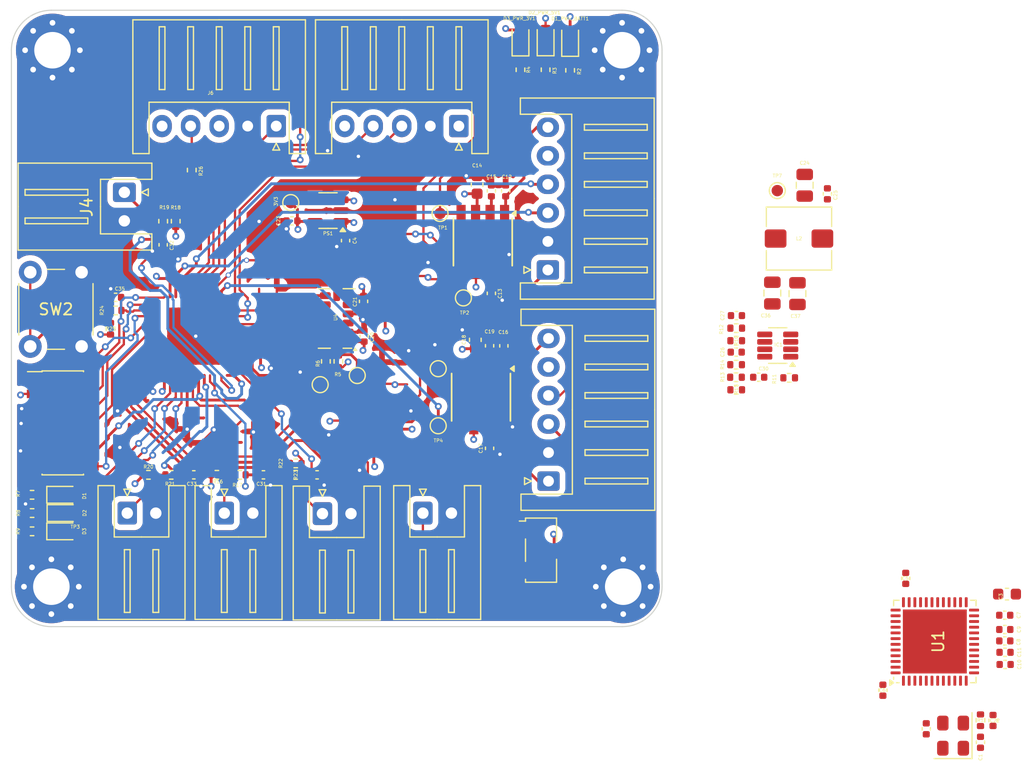
<source format=kicad_pcb>
(kicad_pcb (version 20241229) (generator "pcbnew") (generator_version "9.0")
  (layers (0 "F.Cu" signal) (4 "In1.Cu" signal "In1.Cu GND") (6 "In2.Cu" signal "In2.Cu PWR") (2 "B.Cu" signal) (13 "F.Paste" user) (15 "B.Paste" user) (5 "F.SilkS" user "F.Silkscreen") (7 "B.SilkS" user "B.Silkscreen") (1 "F.Mask" user) (3 "B.Mask" user) (25 "Edge.Cuts" user))
  (net 0 "")
  (net 1 "+3.3V")
  (net 2 "Net-(C1-Pad2)")
  (net 3 "GND")
  (net 4 "Net-(U1-PF0)")
  (net 5 "+5V")
  (net 6 "/Actionneurs/MOTEUR1+")
  (net 7 "/Actionneurs/MOTEUR1-")
  (net 8 "+BATT")
  (net 9 "/Actionneurs/MOTEUR2+")
  (net 10 "/Actionneurs/MOTEUR2-")
  (net 11 "/STM32/NRST")
  (net 12 "Net-(IC1-VCC)")
  (net 13 "Net-(C27-Pad1)")
  (net 14 "Net-(IC1-SW)")
  (net 15 "Net-(C30-Pad1)")
  (net 16 "/STM32/BORDER_2")
  (net 17 "/STM32/BORDER_4")
  (net 18 "/STM32/BORDER_1")
  (net 19 "/STM32/BORDER_3")
  (net 20 "/STM32/LD_ST1")
  (net 21 "Net-(D1-K)")
  (net 22 "Net-(D1_PWR_BATT1-K)")
  (net 23 "/STM32/LD_ST2")
  (net 24 "Net-(D2-K)")
  (net 25 "Net-(D2_PWR_5V1-K)")
  (net 26 "Net-(D3-K)")
  (net 27 "/STM32/LD_ST3")
  (net 28 "Net-(D3_PWR_3V1-K)")
  (net 29 "Net-(IC1-PG)")
  (net 30 "Net-(IC1-EN{slash}SYNC)")
  (net 31 "Net-(IC1-BST)")
  (net 32 "Net-(IC1-FB)")
  (net 33 "/STM32/SWO")
  (net 37 "/STM32/SWDIO")
  (net 39 "/STM32/SWCLK")
  (net 40 "Net-(J2-Pin_1)")
  (net 41 "/Actionneurs/ENCOD_A1")
  (net 42 "/Actionneurs/ENCOD_B1")
  (net 45 "Net-(J4-Pin_1)")
  (net 46 "/Actionneurs/ENCOD_A2")
  (net 47 "/Actionneurs/ENCOD_B2")
  (net 48 "Net-(J7-Pin_1)")
  (net 49 "Net-(J8-Pin_1)")
  (net 50 "Net-(J9-Pin_1)")
  (net 51 "/STM32/RX_SWD")
  (net 52 "/STM32/TX_SWD")
  (net 54 "Net-(U1-PF1)")
  (net 55 "/STM32/SCL")
  (net 56 "/STM32/SDA")
  (net 58 "/Actionneurs/FWD1")
  (net 59 "/Actionneurs/REV1")
  (net 60 "/Actionneurs/FWD2")
  (net 61 "/Actionneurs/REV2")
  (net 63 "/STM32/LIDAR_M_CTR")
  (net 67 "/STM32/BLE_RX")
  (net 68 "/STM32/BLE_TX")
  (net 69 "/STM32/INT1_ACC")
  (net 71 "/STM32/LIDAR_TX")
  (net 73 "/STM32/INT2_ACC")
  (net 81 "/STM32/CHAT{slash}SOURIS")
  (net 82 "Net-(R24-Pad2)")
  (net 83 "Net-(J6-Pin_4)")
  (footprint "Resistor_SMD:R_0402_1005Metric" (layer "F.Cu") (at 203.14 107.2)
    (property "Reference" "R11")
    (property "Value" "100k" (hide yes))
  )
  (footprint "Resistor_SMD:R_0402_1005Metric" (layer "F.Cu") (at 149 115.7)
    (property "Reference" "R21")
    (property "Value" "10k" (hide yes))
  )
  (footprint "Capacitor_SMD:C_0402_1005Metric" (layer "F.Cu") (at 222.03 129.25 180)
    (property "Reference" "C9")
    (property "Value" "1u" (hide yes))
  )
  (footprint "Capacitor_SMD:C_0402_1005Metric" (layer "F.Cu") (at 148.295 95.55 -90)
    (property "Reference" "C32")
    (property "Value" "10n" (hide yes))
  )
  (footprint "Connector_JST:JST_XH_S2B-XH-A_1x02_P2.50mm_Horizontal" (layer "F.Cu") (at 153.65 119.055)
    (property "Reference" "J7" (hide yes))
    (property "Value" "BORDER" (hide yes))
  )
  (footprint "MountingHole:MountingHole_3.2mm_M3_Pad_Via" (layer "F.Cu") (at 188.6 125.5)
    (property "Reference" "H3" (hide yes))
    (property "Value" "MountingHole_Pad" (hide yes))
  )
  (footprint "Resistor_SMD:R_0402_1005Metric" (layer "F.Cu") (at 198.5 102.85 180)
    (property "Reference" "R12")
    (property "Value" "20R" (hide yes))
  )
  (footprint "TestPoint:TestPoint_Pad_D1.0mm" (layer "F.Cu") (at 172.3925 111.4 90)
    (property "Reference" "TP4")
    (property "Value" "TestPoint" (hide yes))
  )
  (footprint "Package_TO_SOT_SMD:TSOT-23-5" (layer "F.Cu") (at 162.7375 92.55 180)
    (property "Reference" "PS1")
    (property "Value" "BU33SD5WG-TR" (hide yes))
  )
  (footprint "Capacitor_SMD:C_0402_1005Metric" (layer "F.Cu") (at 157.08 115.7)
    (property "Reference" "C31")
    (property "Value" "10n" (hide yes))
  )
  (footprint "TestPoint:TestPoint_Pad_D1.0mm" (layer "F.Cu") (at 159.475 91.85 180)
    (property "Reference" "3V3")
    (property "Value" "TestPoint" (hide yes))
  )
  (footprint "Capacitor_SMD:C_0402_1005Metric" (layer "F.Cu") (at 222.05 131.25 180)
    (property "Reference" "C11")
    (property "Value" "100n" (hide yes))
  )
  (footprint "TestPoint:TestPoint_Pad_D1.0mm" (layer "F.Cu") (at 172.55 92.8 180)
    (property "Reference" "TP1")
    (property "Value" "TestPoint" (hide yes))
  )
  (footprint "Capacitor_SMD:C_0402_1005Metric" (layer "F.Cu") (at 198.52 101.75)
    (property "Reference" "C27")
    (property "Value" "100uF" (hide yes))
  )
  (footprint "TestPoint:TestPoint_Pad_D1.0mm" (layer "F.Cu") (at 172.3925 106.4 90)
    (property "Reference" "TP3")
    (property "Value" "TestPoint" (hide yes))
  )
  (footprint "Capacitor_SMD:C_0402_1005Metric" (layer "F.Cu") (at 177.05 99.8 -90)
    (property "Reference" "C13")
    (property "Value" "100n" (hide yes))
  )
  (footprint "LED_SMD:LED_0603_1608Metric" (layer "F.Cu") (at 179.6 77.5125 90)
    (property "Reference" "D3_PWR_3V1")
    (property "Value" "LED" (hide yes))
  )
  (footprint "Package_SO:Diodes_SO-8EP" (layer "F.Cu") (at 176.1425 108.9 -90)
    (property "Reference" "U3" (hide yes))
    (property "Value" "ZXBM5210-SP" (hide yes))
  )
  (footprint "Capacitor_SMD:C_0402_1005Metric" (layer "F.Cu") (at 211.35 134.57 90)
    (property "Reference" "C6")
    (property "Value" "100n" (hide yes))
  )
  (footprint "Package_TO_SOT_SMD:TSOT-23-8" (layer "F.Cu") (at 202.1375 104.375 180)
    (property "Reference" "IC1")
    (property "Value" "MP1475DJ-LF-P" (hide yes))
  )
  (footprint "LED_SMD:LED_0603_1608Metric" (layer "F.Cu") (at 139.5875 120.65)
    (property "Reference" "D3")
    (property "Value" "LED" (hide yes))
  )
  (footprint "Capacitor_SMD:C_0402_1005Metric" (layer "F.Cu") (at 165.85 100.5 90)
    (property "Reference" "C21")
    (property "Value" "100nF" (hide yes))
  )
  (footprint "MountingHole:MountingHole_3.2mm_M3_Pad_Via" (layer "F.Cu") (at 138.5 125.5)
    (property "Reference" "H4" (hide yes))
    (property "Value" "MountingHole_Pad" (hide yes))
  )
  (footprint "Resistor_SMD:R_0402_1005Metric" (layer "F.Cu") (at 147.005 115.7)
    (property "Reference" "R20")
    (property "Value" "10k" (hide yes))
  )
  (footprint "Resistor_SMD:R_0402_1005Metric" (layer "F.Cu") (at 219.9 137.2 90)
    (property "Reference" "R1")
    (property "Value" "10" (hide yes))
  )
  (footprint "Resistor_SMD:R_0402_1005Metric" (layer "F.Cu") (at 155.01 115.7)
    (property "Reference" "R17")
    (property "Value" "10k" (hide yes))
  )
  (footprint "Resistor_SMD:R_0402_1005Metric" (layer "F.Cu") (at 150.8 89 -90)
    (property "Reference" "R26")
    (property "Value" "470R")
  )
  (footprint "Resistor_SMD:R_0402_1005Metric" (layer "F.Cu") (at 136.81 120.65 180)
    (property "Reference" "R9")
    (property "Value" "1k6" (hide yes))
  )
  (footprint "Button_Switch_SMD:Nidec_Copal_CAS-120A" (layer "F.Cu") (at 181.4 122.3)
    (property "Reference" "SW1" (hide yes))
    (property "Value" "ON/OFF" (hide yes))
  )
  (footprint "Capacitor_SMD:C_0402_1005Metric" (layer "F.Cu") (at 176.8925 104.395 90)
    (property "Reference" "C19")
    (property "Value" "1u" (hide yes))
  )
  (footprint "TestPoint:TestPoint_Pad_D1.0mm" (layer "F.Cu") (at 162.05 107.8 90)
    (property "Reference" "TP5" (hide yes))
    (property "Value" "TestPoint" (hide yes))
  )
  (footprint "Package_SO:Diodes_SO-8EP" (layer "F.Cu") (at 176.3 95.3 -90)
    (property "Reference" "U2" (hide yes))
    (property "Value" "ZXBM5210-SP" (hide yes))
  )
  (footprint "Capacitor_SMD:C_0402_1005Metric" (layer "F.Cu") (at 165.9 103.55 -90)
    (property "Reference" "C20")
    (property "Value" "1uF" (hide yes))
  )
  (footprint "Capacitor_SMD:C_0805_2012Metric" (layer "F.Cu") (at 201.665 99.775 90)
    (property "Reference" "C36")
    (property "Value" "22uF")
  )
  (footprint "Resistor_SMD:R_0402_1005Metric" (layer "F.Cu") (at 159.9 115.7)
    (property "Reference" "R23")
    (property "Value" "10k" (hide yes))
  )
  (footprint "Capacitor_SMD:C_0402_1005Metric" (layer "F.Cu") (at 200.47 107.15)
    (property "Reference" "C30")
    (property "Value" "15pF" (hide yes))
  )
  (footprint "MountingHole:MountingHole_3.2mm_M3_Pad_Via" (layer "F.Cu") (at 138.6 78.5)
    (property "Reference" "H1" (hide yes))
    (property "Value" "MountingHole_Pad" (hide yes))
  )
  (footprint "Capacitor_SMD:C_0402_1005Metric" (layer "F.Cu") (at 178.1425 104.4 -90)
    (property "Reference" "C16")
    (property "Value" "100n" (hide yes))
  )
  (footprint "Capacitor_SMD:C_0603_1608Metric" (layer "F.Cu") (at 222.225 126.15 180)
    (property "Reference" "C3")
    (property "Value" "4.7uF" (hide yes))
  )
  (footprint "Package_DFN_QFN:QFN-48-1EP_7x7mm_P0.5mm_EP5.6x5.6mm" (layer "F.Cu") (at 215.9 130.3 90)
    (property "Reference" "U1")
    (property "Value" "STM32G431CBUx" (hide yes))
  )
  (footprint "Capacitor_SMD:C_0402_1005Metric" (layer "F.Cu") (at 206.49 91.08 90)
    (property "Reference" "C25")
    (property "Value" "100nF" (hide yes))
  )
  (footprint "Resistor_SMD:R_0402_1005Metric" (layer "F.Cu") (at 181.8 80.21 -90)
    (property "Reference" "R3")
    (property "Value" "3k3" (hide yes))
  )
  (footprint "Resistor_SMD:R_0402_1005Metric" (layer "F.Cu") (at 143.68 102.9 -90)
    (property "Reference" "R25")
    (property "Value" "1k" (hide yes))
  )
  (footprint "Resistor_SMD:R_0402_1005Metric" (layer "F.Cu") (at 153 115.7)
    (property "Reference" "R16")
    (property "Value" "10k" (hide yes))
  )
  (footprint "Capacitor_SMD:C_0603_1608Metric" (layer "F.Cu") (at 175.6425 103.875 90)
    (property "Reference" "C18")
    (property "Value" "10u")
  )
  (footprint "Connector_JST:JST_XH_S2B-XH-A_1x02_P2.50mm_Horizontal" (layer "F.Cu") (at 145.15 119.055)
    (property "Reference" "J8" (hide yes))
    (property "Value" "BORDER" (hide yes))
  )
  (footprint "Capacitor_SMD:C_0603_1608Metric" (layer "F.Cu") (at 175.8 90.295 90)
    (property "Reference" "C14")
    (property "Value" "10u")
  )
  (footprint "Resistor_SMD:R_0402_1005Metric" (layer "F.Cu") (at 198.48 107.15)
    (property "Reference" "R13")
    (property "Value" "40.2k" (hide yes))
  )
  (footprint "Capacitor_SMD:C_0402_1005Metric" (layer "F.Cu") (at 161.78 115.7)
    (property "Reference" "C34" (hide yes))
    (property "Value" "10n" (hide yes))
  )
  (footprint "Resistor_SMD:R_0402_1005Metric" (layer "F.Cu") (at 198.5 103.95)
    (property "Reference" "R10")
    (property "Value" "100k" (hide yes))
  )
  (footprint "Capacitor_SMD:C_0402_1005Metric" (layer "F.Cu") (at 176.8925 113.38 -90)
    (property "Reference" "C17")
    (property "Value" "100n" (hide yes))
  )
  (footprint "Connector_JST:JST_XH_S6B-XH-A_1x06_P2.50mm_Horizontal" (layer "F.Cu") (at 182.055 116.25 90)
    (property "Reference" "J5" (hide yes))
    (property "Value" "Conn_01x06" (hide yes))
  )
  (footprint "Connector_JST:JST_XH_S5B-XH-A_1x05_P2.50mm_Horizontal" (layer "F.Cu") (at 158.2 85.145 180)
    (property "Reference" "J6")
    (property "Value" "Conn_01x05" (hide yes))
  )
  (footprint "Resistor_SMD:R_0402_1005Metric" (layer "F.Cu") (at 198.49 106.05 180)
    (property "Reference" "R14")
    (property "Value" "16k" (hide yes))
  )
  (footprint "LED_SMD:LED_0603_1608Metric" (layer "F.Cu") (at 139.6125 119.05)
    (property "Reference" "D2")
    (property "Value" "LED" (hide yes))
  )
  (footprint "TestPoint:TestPoint_Pad_D1.0mm" (layer "F.Cu") (at 165.3 107 90)
    (property "Reference" "TP6" (hide yes))
    (property "Value" "TestPoint" (hide yes))
  )
  (footprint "TestPoint:TestPoint_Pad_D1.0mm" (layer "F.Cu") (at 202.1 90.8 180)
    (property "Reference" "TP7")
    (property "Value" "TestPoint" (hide yes))
  )
  (footprint "LED_SMD:LED_0603_1608Metric" (layer "F.Cu") (at 139.5875 117.45)
    (property "Reference" "D1")
    (property "Value" "LED" (hide yes))
  )
  (footprint "Capacitor_SMD:C_0402_1005Metric" (layer "F.Cu") (at 144.13 100.15 180)
    (property "Reference" "C35")
    (property "Value" "100n" (hide yes))
  )
  (footprint "Capacitor_SMD:C_0402_1005Metric" (layer "F.Cu") (at 178.3 90.82 -90)
    (property "Reference" "C12")
    (property "Value" "100n" (hide yes))
  )
  (footprint "Capacitor_SMD:C_0402_1005Metric" (layer "F.Cu") (at 221 137.22 90)
    (property "Reference" "C22")
    (property "Value" "100n" (hide yes))
  )
  (footprint "Connector_JST:JST_XH_S2B-XH-A_1x02_P2.50mm_Horizontal" (layer "F.Cu") (at 144.895 90.95 -90)
    (property "Reference" "J4")
    (property "Value" "BORDER" (hide yes))
  )
  (footprint "Connector_JST:JST_XH_S6B-XH-A_1x06_P2.50mm_Horizontal" (layer "F.Cu") (at 182 97.75 90)
    (property "Reference" "J3" (hide yes))
    (property "Value" "Conn_01x06" (hide yes))
  )
  (footprint "Capacitor_SMD:C_0402_1005Metric" (layer "F.Cu") (at 213.35 124.77 -90)
    (property "Reference" "C5")
    (property "Value" "100n" (hide yes))
  )
  (footprint "Capacitor_SMD:C_0402_1005Metric" (layer "F.Cu") (at 222.03 130.25 180)
    (property "Reference" "C8")
    (property "Value" "10n" (hide yes))
  )
  (footprint "TestPoint:TestPoint_Pad_D1.0mm" (layer "F.Cu") (at 174.6 100.2 180)
    (property "Reference" "TP2")
    (property "Value" "TestPoint" (hide yes))
  )
  (footprint "Resistor_SMD:R_0402_1005Metric" (layer "F.Cu") (at 163.65 105.76 -90)
    (property "Reference" "R5")
    (property "Value" "1k" (hide yes))
  )
  (footprint "Inductor_SMD:L_Wuerth_HCI-5040" (layer "F.Cu") (at 204 95 180)
    (property "Reference" "L2")
    (property "Value" "4.7uH" (hide yes))
  )
  (footprint "Capacitor_SMD:C_0402_1005Metric" (layer "F.Cu") (at 159.575 93.45 180)
    (property "Reference" "C23")
    (property "Value" "1uF" (hide yes))
  )
  (footprint "LED_SMD:LED_0603_1608Metric" (layer "F.Cu") (at 183.95 77.55 90)
    (property "Reference" "D1_PWR_BATT1")
    (property "Value" "LED" (hide yes))
  )
  (footprint "Connector_JST:JST_XH_S2B-XH-A_1x02_P2.50mm_Horizontal" (layer "F.Cu") (at 162.25 119.1)
    (property "Reference" "J9" (hide yes))
    (property "Value" "BORDER" (hide yes))
  )
  (footprint "Resistor_SMD:R_0402_1005Metric" (layer "F.Cu") (at 136.8125 119.05 180)
    (property "Reference" "R8")
    (property "Value" "1k6" (hide yes))
  )
  (footprint "Connector_PinHeader_1.27mm:PinHeader_2x07_P1.27mm_Vertical_SMD" (layer "F.Cu") (at 139.5 111.15)
    (property "Reference" "J1" (hide yes))
    (property "Value" "Conn_ST_STDC14" (hide yes))
  )
  (footprint "Resistor_SMD:R_0402_1005Metric" (layer "F.Cu") (at 162.55 105.76 -90)
    (property "Reference" "R6")
    (property "Value" "1k" (hide yes))
  )
  (footprint "Resistor_SMD:R_0402_1005Metric" (layer "F.Cu") (at 179.6 80.2125 -90)
    (property "Reference" "R4")
    (property "Value" "1k6" (hide yes))
  )
  (footprint "Package_LGA:LGA-14_3x5mm_P0.8mm_LayoutBorder1x6y" (layer "F.Cu") (at 163.5 102 180)
    (property "Reference" "U4")
    (property "Value" "ADXL343" (hide yes))
  )
  (footprint "Capacitor_SMD:C_0402_1005Metric" (layer "F.Cu") (at 150.98 115.7)
    (property "Reference" "C33")
    (property "Value" "10n" (hide yes))
  )
  (footprint "Resistor_SMD:R_0402_1005Metric" (layer "F.Cu") (at 136.81 117.45 180)
    (property "Reference" "R7")
    (property "Value" "1k6" (hide yes))
  )
  (footprint "Connector_JST:JST_XH_S2B-XH-A_1x02_P2.50mm_Horizontal" (layer "F.Cu") (at 171.05 119.055)
    (property "Reference" "J2" (hide yes))
    (property "Value" "Screw_Terminal_01x02" (hide yes))
  )
  (footprint "Resistor_SMD:R_0402_1005Metric" (layer "F.Cu") (at 183.95 80.26 -90)
    (property "Reference" "R2")
    (property "Value" "5k5" (hide yes))
  )
  (footprint "Capacitor_SMD:C_0402_1005Metric" (layer "F.Cu") (at 164.275 95.18 -90)
    (property "Reference" "C4")
    (property "Value" "0.47u" (hide yes))
  )
  (footprint "Capacitor_SMD:C_0402_1005Metric" (layer "F.Cu") (at 198.5 104.95 180)
    (property "Reference" "C26")
    (property "Value" "100nF" (hide yes))
  )
  (footprint "Resistor_SMD:R_0402_1005Metric" (layer "F.Cu") (at 159.91 114.7 180)
    (property "Reference" "R22")
    (property "Value" "10k" (hide yes))
  )
  (footprint "Resistor_SMD:R_0402_1005Metric" (layer "F.Cu") (at 144.13 101.3 180)
    (property "Reference" "R24")
    (property "Value" "1k" (hide yes))
  )
  (footprint "Capacitor_SMD:C_0805_2012Metric" (layer "F.Cu") (at 203.865 99.825 90)
    (property "Reference" "C37")
    (property "Value" "22uF")
  )
  (footprint "Capacitor_SMD:C_0402_1005Metric" (layer "F.Cu") (at 177.05 90.82 90)
    (property "Reference" "C15")
    (property "Value" "1u" (hide yes))
  )
  (footprint "Capacitor_SMD:C_0402_1005Metric" (layer "F.Cu") (at 219.9 139.13 -90)
    (property "Reference" "C1")
    (property "Value" "10p" (hide yes))
  )
  (footprint "Capacitor_SMD:C_0402_1005Metric" (layer "F.Cu") (at 222.06 132.315 180)
    (property "Reference" "C10")
    (property "Value" "1u" (hide yes))
  )
  (footprint "Crystal:Crystal_SMD_EuroQuartz_MT-4Pin_3.2x2.5mm" (layer "F.Cu") (at 217.5 138.55 90)
    (property "Reference" "Y1" (hide yes))
    (property "Value" "Crystal_GND24_Small" (hide yes))
  )
  (footprint "Button_Switch_THT:SW_PUSH_6mm_H9.5mm" (layer "F.Cu") (at 136.65 104.45 90)
    (property "Reference" "SW2")
    (property "Value" "SW_Push")
  )
  (footprint "Capacitor_SMD:C_0402_1005Metric" (layer "F.Cu") (at 222.025 128 180)
    (property "Reference" "C7")
    (property "Value" "100n" (hide yes))
  )
  (footprint "Resistor_SMD:R_0402_1005Metric" (layer "F.Cu") (at 148.295 93.48 -90)
    (property "Reference" "R19")
    (property "Value" "10k" (hide yes))
  )
  (footprint "Capacitor_SMD:C_0805_2012Metric" (layer "F.Cu") (at 204.5 90.33 90)
    (property "Reference" "C24")
    (property "Value" "22uF")
  )
  (footprint "LED_SMD:LED_0603_1608Metric" (layer "F.Cu") (at 181.8 77.5 90)
    (property "Reference" "D2_PWR_5V1")
    (property "Value" "LED" (hide yes))
  )
  (footprint "Capacitor_SMD:C_0402_1005Metric" (layer "F.Cu") (at 215.15 137.95 -90)
    (property "Reference" "C2" (hide yes))
    (property "Value" "10p" (hide yes))
  )
  (footprint "Connector_JST:JST_XH_S5B-XH-A_1x05_P2.50mm_Horizontal" (layer "F.Cu") (at 174.2 85.145 180)
    (property "Reference" "J11" (hide yes))
    (property "Value" "Conn_01x05" (hide yes))
  )
  (footprint "Resistor_SMD:R_0402_1005Metric" (layer "F.Cu") (at 198.5 108.25 180)
    (property "Reference" "R15")
    (property "Value" "7.68k" (hide yes))
  )
  (footprint "MountingHole:MountingHole_3.2mm_M3_Pad_Via" (layer "F.Cu") (at 188.5 78.5)
    (property "Reference" "H2" (hide yes))
    (property "Value" "MountingHole_Pad" (hide yes))
  )
  (footprint "Resistor_SMD:R_0402_1005Metric" (layer "F.Cu") (at 149.395 93.48 90)
    (property "Reference" "R18")
    (property "Value" "10k" (hide yes))
  )
  (gr_arc (start 192 125.5) (mid 190.974874 127.974874) (end 188.5 129) (stroke (width 0.1)) (layer "Edge.Cuts"))
  (gr_arc (start 135 78.5) (mid 136.025126 76.025126) (end 138.5 75) (stroke (width 0.1)) (layer "Edge.Cuts"))
  (gr_line (start 138.5 129) (end 188.5 129) (stroke (width 0.1)) (layer "Edge.Cuts"))
  (gr_arc (start 138.5 129) (mid 136.025126 127.974874) (end 135 125.5) (stroke (width 0.1)) (layer "Edge.Cuts"))
  (gr_line (start 188.5 75) (end 138.5 75) (stroke (width 0.1)) (layer "Edge.Cuts"))
  (gr_line (start 135 78.5) (end 135 125.5) (stroke (width 0.1)) (layer "Edge.Cuts"))
  (gr_arc (start 188.5 75) (mid 190.974874 76.025126) (end 192 78.5) (stroke (width 0.1)) (layer "Edge.Cuts"))
  (gr_line (start 192 125.5) (end 192 78.5) (stroke (width 0.1)) (layer "Edge.Cuts"))
  (segment (start 164.03 106.27) (end 164.5 105.8) (width 0.2) (layer "F.Cu") (net 1))
  (segment (start 156.2 104.5) (end 156.82 104.5) (width 0.2) (layer "F.Cu") (net 1))
  (segment (start 154.7875 102.5) (end 154.5875 102.3) (width 0.2) (layer "F.Cu") (net 1))
  (segment (start 156.745 101.3) (end 156.795 101.25) (width 0.2) (layer "F.Cu") (net 1))
  (segment (start 160.055 92.43) (end 160.055 93.45) (width 0.25) (layer "F.Cu") (net 1))
  (segment (start 147.36 107.34) (end 147.7125 106.9875) (width 0.25) (layer "F.Cu") (net 1))
  (segment (start 148.4 106.9875) (end 148.4 108.20147) (width 0.25) (layer "F.Cu") (net 1))
  (segment (start 148.4 106.9875) (end 147.7125 106.9875) (width 0.25) (layer "F.Cu") (net 1))
  (segment (start 156.8 103.5) (end 156.8 102.5) (width 0.2) (layer "F.Cu") (net 1))
  (segment (start 145.825 116.475) (end 146.5 115.8) (width 0.25) (layer "F.Cu") (net 1))
  (segment (start 164.5 100) (end 163.5 100) (width 0.25) (layer "F.Cu") (net 1))
  (segment (start 154.5875 101.3) (end 156.745 101.3) (width 0.2) (layer "F.Cu") (net 1))
  (segment (start 155.7 102.8) (end 156.1 103.2) (width 0.2) (layer "F.Cu") (net 1))
  (segment (start 165.85 99.35) (end 165.7 99.2) (width 0.25) (layer "F.Cu") (net 1))
  (segment (start 163.65 106.27) (end 164.03 106.27) (width 0.2) (layer "F.Cu") (net 1))
  (segment (start 178.425 76.725) (end 178.3 76.6) (width 0.25) (layer "F.Cu") (net 1))
  (segment (start 137.55 108.61) (end 135.89 108.61) (width 0.2) (layer "F.Cu") (net 1))
  (segment (start 149.4 93.995) (end 149.395 93.99) (width 0.25) (layer "F.Cu") (net 1))
  (segment (start 160.42 114.32) (end 159.9 113.8) (width 0.2) (layer "F.Cu") (net 1))
  (segment (start 148.9 100.1125) (end 148.9 98.8) (width 0.25) (layer "F.Cu") (net 1))
  (segment (start 146.5 115.8) (end 146.5 115.705) (width 0.25) (layer "F.Cu") (net 1))
  (segment (start 156.83 106.235) (end 156.91 106.315) (width 0.25) (layer "F.Cu") (net 1))
  (segment (start 156.83 105.565) (end 156.83 104.51) (width 0.25) (layer "F.Cu") (net 1))
  (segment (start 148.9 98.8) (end 148.6 98.5) (width 0.25) (layer "F.Cu") (net 1))
  (segment (start 160.055 93.45) (end 160.055 94.155) (width 0.25) (layer "F.Cu") (net 1))
  (segment (start 146.5 115.705) (end 146.495 115.7) (width 0.25) (layer "F.Cu") (net 1))
  (segment (start 165.85 100.02) (end 165.85 99.35) (width 0.25) (layer "F.Cu") (net 1))
  (segment (start 156.83 104.51) (end 156.82 104.5) (width 0.25) (layer "F.Cu") (net 1))
  (segment (start 147.7125 106.3) (end 147.7125 106.9875) (width 0.2) (layer "F.Cu") (net 1))
  (segment (start 160.055 94.155) (end 160.1 94.2) (width 0.25) (layer "F.Cu") (net 1))
  (segment (start 148.6 98.5) (end 147.9 98.5) (width 0.25) (layer "F.Cu") (net 1))
  (segment (start 143.68 103.41) (end 142.81 103.41) (width 0.2) (layer "F.Cu") (net 1))
  (segment (start 148.4 108.20147) (end 148.213235 108.388235) (width 0.25) (layer "F.Cu") (net 1))
  (segment (start 156.7 101.155) (end 156.795 101.25) (width 0.2) (layer "F.Cu") (net 1))
  (segment (start 159.475 91.85) (end 160.055 92.43) (width 0.25) (layer "F.Cu") (net 1))
  (segment (start 146.62 107.5) (end 146.45 107.33) (width 0.2) (layer "F.Cu") (net 1))
  (segment (start 165.9 104.03) (end 165.9 104.7) (width 0.25) (layer "F.Cu") (net 1))
  (segment (start 156.83 105.565) (end 156.83 106.235) (width 0.25) (layer "F.Cu") (net 1))
  (segment (start 152.5 116.7) (end 152.5 115.71) (width 0.25) (layer "F.Cu") (net 1))
  (segment (start 147.9 98.5) (end 147.7 98.3) (width 0.25) (layer "F.Cu") (net 1))
  (segment (start 165.9 104.03) (end 164.53 104.03) (width 0.25) (layer "F.Cu") (net 1))
  (segment (start 156.825 101.22) (end 156.795 101.25) (width 0.25) (layer "F.Cu") (net 1))
  (segment (start 160.105 93.5) (end 160.055 93.45) (width 0.25) (layer "F.Cu") (net 1))
  (segment (start 135.89 108.61) (end 135.8 108.7) (width 0.2) (layer "F.Cu") (net 1))
  (segment (start 156.8 102.5) (end 154.7875 102.5) (width 0.2) (layer "F.Cu") (net 1))
  (segment (start 163.65 106.27) (end 162.55 106.27) (width 0.2) (layer "F.Cu") (net 1))
  (segment (start 149.4 94.8) (end 149.4 93.995) (width 0.25) (layer "F.Cu") (net 1))
  (segment (start 142.81 103.41) (end 142.8 103.4) (width 0.2) (layer "F.Cu") (net 1))
  (segment (start 156.1 104.4) (end 156.2 104.5) (width 0.2) (layer "F.Cu") (net 1))
  (segment (start 164.53 104.03) (end 164.5 104) (width 0.25) (layer "F.Cu") (net 1))
  (segment (start 165.9 104.7) (end 165.8 104.8) (width 0.25) (layer "F.Cu") (net 1))
  (segment (start 160.42 114.7) (end 160.42 114.32) (width 0.2) (layer "F.Cu") (net 1))
  (segment (start 146.6 107.34) (end 147.36 107.34) (width 0.25) (layer "F.Cu") (net 1))
  (segment (start 165.85 100.02) (end 164.52 100.02) (width 0.25) (layer "F.Cu") (net 1))
  (segment (start 156.7 99.4) (end 156.7 101.155) (width 0.2) (layer "F.Cu") (net 1))
  (segment (start 152.5 115.71) (end 152.49 115.7) (width 0.25) (layer "F.Cu") (net 1))
  (segment (start 164.52 100.02) (end 164.5 100) (width 0.25) (layer "F.Cu") (net 1))
  (segment (start 154.5875 102.8) (end 155.7 102.8) (width 0.2) (layer "F.Cu") (net 1))
  (segment (start 179.6 76.725) (end 178.425 76.725) (width 0.25) (layer "F.Cu") (net 1))
  (segment (start 161.6 93.5) (end 160.105 93.5) (width 0.25) (layer "F.Cu") (net 1))
  (segment (start 156.1 103.2) (end 156.1 104.4) (width 0.2) (layer "F.Cu") (net 1))
  (via (at 156.91 106.315) (size 0.6) (drill 0.3) (layers "F.Cu" "B.Cu") (net 1))
  (via (at 165.8 104.8) (size 0.6) (drill 0.3) (layers "F.Cu" "B.Cu") (net 1))
  (via (at 149.4 94.8) (size 0.6) (drill 0.3) (layers "F.Cu" "B.Cu") (net 1))
  (via (at 165.7 99.2) (size 0.6) (drill 0.3) (layers "F.Cu" "B.Cu") (net 1))
  (via (at 148.213235 108.388235) (size 0.6) (drill 0.3) (layers "F.Cu" "B.Cu") (net 1))
  (via (at 160.1 94.2) (size 0.6) (drill 0.3) (layers "F.Cu" "B.Cu") (net 1))
  (via (at 178.3 76.6) (size 0.6) (drill 0.3) (layers "F.Cu" "B.Cu") (net 1))
  (via (at 152.5 116.7) (size 0.6) (drill 0.3) (layers "F.Cu" "B.Cu") (net 1))
  (via (at 164.5 105.8) (size 0.6) (drill 0.3) (layers "F.Cu" "B.Cu") (net 1))
  (via (at 159.9 113.8) (size 0.6) (drill 0.3) (layers "F.Cu" "B.Cu") (net 1))
  (via (at 147.7 98.3) (size 0.6) (drill 0.3) (layers "F.Cu" "B.Cu") (net 1))
  (via (at 135.8 108.7) (size 0.6) (drill 0.3) (layers "F.Cu" "B.Cu") (net 1))
  (via (at 142.8 103.4) (size 0.6) (drill 0.3) (layers "F.Cu" "B.Cu") (net 1))
  (via (at 145.825 116.475) (size 0.6) (drill 0.3) (layers "F.Cu" "B.Cu") (net 1))
  (segment (start 155.15 112.86) (end 153.69 112.86) (width 0.25) (layer "F.Cu") (net 2))
  (segment (start 153.69 112.86) (end 153.65 112.9) (width 0.25) (layer "F.Cu") (net 2))
  (segment (start 153.65 112.46) (end 153.65 112.9) (width 0.2) (layer "F.Cu") (net 2))
  (segment (start 155.15 110.96) (end 153.65 112.46) (width 0.2) (layer "F.Cu") (net 2))
  (segment (start 163.15 111.95) (end 163.82 111.95) (width 0.2) (layer "F.Cu") (net 3))
  (segment (start 178.205 97.7975) (end 178.205 96.795) (width 0.2) (layer "F.Cu") (net 3))
  (segment (start 175.5425 103) (end 175.6425 103.1) (width 0.2) (layer "F.Cu") (net 3))
  (segment (start 170.78 96.38) (end 171.5 97.1) (width 0.2) (layer "F.Cu") (net 3))
  (segment (start 172 97.6) (end 171.5 97.1) (width 0.2) (layer "F.Cu") (net 3))
  (segment (start 164.275 95.66) (end 163.54 95.66) (width 0.2) (layer "F.Cu") (net 3))
  (segment (start 135.9 111.15) (end 135.85 111.2) (width 0.2) (layer "F.Cu") (net 3))
  (segment (start 178.3 90.34) (end 177.71 90.34) (width 0.25) (layer "F.Cu") (net 3))
  (segment (start 176.8925 103.7925) (end 176.2 103.1) (width 0.2) (layer "F.Cu") (net 3))
  (segment (start 157.7 115.84) (end 157.56 115.7) (width 0.2) (layer "F.Cu") (net 3))
  (segment (start 150.4 111.7) (end 150.4 112.3) (width 0.2) (layer "F.Cu") (net 3))
  (segment (start 157.79 106.335) (end 157.76 106.365) (width 0.25) (layer "F.Cu") (net 3))
  (segment (start 149.34 96.8) (end 148.6 97.54) (width 0.25) (layer "F.Cu") (net 3))
  (segment (start 177.05 100.28) (end 177.88 100.28) (width 0.2) (layer "F.Cu") (net 3))
  (segment (start 158.25 99.4) (end 158.25 100.755) (width 0.2) (layer "F.Cu") (net 3))
  (segment (start 151.85 112.65) (end 152.75 111.75) (width 0.2) (layer "F.Cu") (net 3))
  (segment (start 177.05 90.34) (end 177.69 90.34) (width 0.25) (layer "F.Cu") (net 3))
  (segment (start 176.9325 113.9) (end 176.8925 113.86) (width 0.2) (layer "F.Cu") (net 3))
  (segment (start 147.42 96.03) (end 147.35 96.1) (width 0.2) (layer "F.Cu") (net 3))
  (segment (start 136.2375 117.5125) (end 136.3 117.45) (width 0.25) (layer "F.Cu") (net 3))
  (segment (start 157.78 103.52) (end 157.76 103.5) (width 0.25) (layer "F.Cu") (net 3))
  (segment (start 178.15 111.5) (end 178.0475 111.3975) (width 0.2) (layer "F.Cu") (net 3))
  (segment (start 169.615 105.825) (end 169.665 105.875) (width 0.2) (layer "F.Cu") (net 3))
  (segment (start 172.29 97.6) (end 172 97.6) (width 0.2) (layer "F.Cu") (net 3))
  (segment (start 157.79 104.51) (end 157.78 104.5) (width 0.25) (layer "F.Cu") (net 3))
  (segment (start 155.15 111.9) (end 156.15 111.9) (width 0.2) (layer "F.Cu") (net 3))
  (segment (start 159.095 94.1425) (end 159.0875 94.15) (width 0.2) (layer "F.Cu") (net 3))
  (segment (start 164.83 115.27) (end 164.81 115.25) (width 0.25) (layer "F.Cu") (net 3))
  (segment (start 177.8 113.9) (end 176.9325 113.9) (width 0.2) (layer "F.Cu") (net 3))
  (segment (start 157.81 105.585) (end 157.79 105.565) (width 0.25) (layer "F.Cu") (net 3))
  (segment (start 157.79 105.565) (end 157.79 106.335) (width 0.25) (layer "F.Cu") (net 3))
  (segment (start 164.5 100.8) (end 165.67 100.8) (width 0.25) (layer "F.Cu") (net 3))
  (segment (start 175.8 89.52) (end 174.87 89.52) (width 0.25) (layer "F.Cu") (net 3))
  (segment (start 163.54 95.66) (end 163.5 95.7) (width 0.2) (layer "F.Cu") (net 3))
  (segment (start 177.88 100.28) (end 178 100.4) (width 0.2) (layer "F.Cu") (net 3))
  (segment (start 146.6 108.3) (end 147.3 108.3) (width 0.2) (layer "F.Cu") (net 3))
  (segment (start 135.92 109.88) (end 135.9 109.9) (width 0.25) (layer "F.Cu") (net 3))
  (segment (start 137.55 111.15) (end 135.9 111.15) (width 0.2) (layer "F.Cu") (net 3))
  (segment (start 177.5 95.3) (end 178.6 96.4) (width 0.2) (layer "F.Cu") (net 3))
  (segment (start 157.78 104.5) (end 157.78 103.52) (width 0.25) (layer "F.Cu") (net 3))
  (segment (start 136.3 118.1875) (end 136.2375 118.25) (width 0.25) (layer "F.Cu") (net 3))
  (segment (start 143.65 99.45) (end 143.7 99.4) (width 0.2) (layer "F.Cu") (net 3))
  (segment (start 178.205 96.795) (end 178.6 96.4) (width 0.2) (layer "F.Cu") (net 3))
  (segment (start 143.65 100.15) (end 143.65 99.45) (width 0.2) (layer "F.Cu") (net 3))
  (segment (start 165.85 102.05) (end 165.8 102.1) (width 0.25) (layer "F.Cu") (net 3))
  (segment (start 151.6 115.84) (end 151.46 115.7) (width 0.2) (layer "F.Cu") (net 3))
  (segment (start 169.665 104.965) (end 169.805 104.825) (width 0.2) (layer "F.Cu") (net 3))
  (segment (start 176.2 103.1) (end 175.6425 103.1) (width 0.2) (layer "F.Cu") (net 3))
  (segment (start 178.05 111.4) (end 178.0475 111.3975) (width 0.25) (layer "F.Cu") (net 3))
  (segment (start 137.55 109.88) (end 135.92 109.88) (width 0.25) (layer "F.Cu") (net 3))
  (segment (start 162.4 115.84) (end 162.26 115.7) (width 0.2) (layer "F.Cu") (net 3))
  (segment (start 169.7 110.4) (end 170 110.1) (width 0.2) (layer "F.Cu") (net 3))
  (segment (start 165.9 103.07) (end 165.9 102.2) (width 0.25) (layer "F.Cu") (net 3))
  (segment (start 151 112.9) (end 151.85 112.9) (width 0.2) (layer "F.Cu") (net 3))
  (segment (start 135.89 113.69) (end 135.8 113.6) (width 0.25) (layer "F.Cu") (net 3))
  (segment (start 176.3 95.3) (end 177.5 95.3) (width 0.2) (layer "F.Cu") (net 3))
  (segment (start 148.295 96.03) (end 147.42 96.03) (width 0.2) (layer "F.Cu") (net 3))
  (segment (start 159.095 93.45) (end 159.095 94.1425) (width 0.2) (layer "F.Cu") (net 3))
  (segment (start 169.805 104.825) (end 169.805 105.735) (width 0.2) (layer "F.Cu") (net 3))
  (segment (start 176.8925 103.915) (end 176.8925 103.7925) (width 0.2) (layer "F.Cu") (net 3))
  (segment (start 136.3025 119.05) (end 136.3025 118.315) (width 0.25) (layer "F.Cu") (net 3))
  (segment (start 157.7 116.6) (end 157.7 115.84) (width 0.2) (layer "F.Cu") (net 3))
  (segment (start 164.81 115.25) (end 165.45 115.25) (width 0.25) (layer "F.Cu") (net 3))
  (segment (start 156.15 111.9) (end 156.2 111.95) (width 0.2) (layer "F.Cu") (net 3))
  (segment (start 164.5 103.2) (end 165.77 103.2) (width 0.25) (layer "F.Cu") (net 3))
  (segment (start 136.3 119.0525) (end 136.3025 119.05) (width 0.25) (layer "F.Cu") (net 3))
  (segment (start 169.805 105.735) (end 169.665 105.875) (width 0.2) (layer "F.Cu") (net 3))
  (segment (start 162.8 112.2) (end 162.9 112.2) (width 0.2) (layer "F.Cu") (net 3))
  (segment (start 170.3 96.38) (end 170.78 96.38) (width 0.2) (layer "F.Cu") (net 3))
  (segment (start 162.4 116.6) (end 162.4 115.84) (width 0.2) (layer "F.Cu") (net 3))
  (segment (start 147.3 108.3) (end 147.4 108.4) (width 0.2) (layer "F.Cu") (net 3))
  (segment (start 158.25 100.755) (end 157.755 101.25) (width 0.2) (layer "F.Cu") (net 3))
  (segment (start 178.1425 103.92) (end 176.8975 103.92) (width 0.2) (layer "F.Cu") (net 3))
  (segment (start 178.9 111.5) (end 178.15 111.5) (width 0.2) (layer "F.Cu") (net 3))
  (segment (start 176.23 89.52) (end 177.05 90.34) (width 0.25) (layer "F.Cu") (net 3))
  (segment (start 162.9 112.2) (end 163.15 111.95) (width 0.2) (layer "F.Cu") (net 3))
  (segment (start 151.85 112.9) (end 151.85 112.65) (width 0.2) (layer "F.Cu") (net 3))
  (segment (start 174.87 89.52) (end 174.85 89.5) (width 0.25) (layer "F.Cu") (net 3))
  (segment (start 143.6 100.2) (end 143.65 100.15) (width 0.2) (layer "F.Cu") (net 3))
  (segment (start 137.55 113.69) (end 135.89 113.69) (width 0.25) (layer "F.Cu") (net 3))
  (segment (start 157.76 101.255) (end 157.755 101.25) (width 0.2) (layer "F.Cu") (net 3))
  (segment (start 181.955 113.85) (end 182.055 113.75) (width 0.25) (layer "F.Cu") (net 3))
  (segment (start 136.2375 118.985) (end 136.3025 119.05) (width 0.25) (layer "F.Cu") (net 3))
  (segment (start 165.67 100.8) (end 165.85 100.98) (width 0.25) (layer "F.Cu") (net 3))
  (segment (start 165.9 102.2) (end 165.8 102.1) (width 0.25) (layer "F.Cu") (net 3))
  (segment (start 157.76 102.5) (end 157.76 101.255) (width 0.2) (layer "F.Cu") (net 3))
  (segment (start 153.65 110.85) (end 152.75 111.75) (width 0.2) (layer "F.Cu") (net 3))
  (segment (start 136.3025 118.315) (end 136.2375 118.25) (width 0.25) (layer "F.Cu") (net 3))
  (segment (start 136.3 120.65) (end 136.3 119.0525) (width 0.25) (layer "F.Cu") (net 3))
  (segment (start 165.45 115.25) (end 165.5 115.3) (width 0.25) (layer "F.Cu") (net 3))
  (segment (start 165.23 101.6) (end 165.85 100.98) (width 0.25) (layer "F.Cu") (net 3))
  (segment (start 157.76 103.5) (end 157.76 102.5) (width 0.2) (layer "F.Cu") (net 3))
  (segment (start 174.5 103) (end 175.5425 103) (width 0.2) (layer "F.Cu") (net 3))
  (segment (start 153.65 110.7) (end 153.65 110.85) (width 0.2) (layer "F.Cu") (net 3))
  (segment (start 165.85 100.98) (end 165.85 102.05) (width 0.25) (layer "F.Cu") (net 3))
  (segment (start 149.6 96.8) (end 149.34 96.8) (width 0.25) (layer "F.Cu") (net 3))
  (segment (start 176.8975 103.92) (end 176.8925 103.915) (width 0.2) (layer "F.Cu") (net 3))
  (segment (start 136.3 117.45) (end 136.3 118.1875) (width 0.25) (layer "F.Cu") (net 3))
  (segment (start 177.69 90.34) (end 177.7 90.35) (width 0.25) (layer "F.Cu") (net 3))
  (segment (start 156.25 111.9) (end 156.2 111.95) (width 0.2) (layer "F.Cu") (net 3))
  (segment (start 165.77 103.2) (end 165.9 103.07) (width 0.25) (layer "F.Cu") (net 3))
  (segment (start 150.4 112.3) (end 151 112.9) (width 0.2) (layer "F.Cu") (net 3))
  (segment (start 157.725 101.28) (end 157.755 101.25) (width 0.25) (layer "F.Cu") (net 3))
  (segment (start 151.6 116.7) (end 151.6 115.84) (width 0.2) (layer "F.Cu") (net 3))
  (segment (start 169.075 110.4) (end 169.7 110.4) (width 0.2) (layer "F.Cu") (net 3))
  (segment (start 167.465 105.825) (end 169.615 105.825) (width 0.2) (layer "F.Cu") (net 3))
  (segment (start 150.4 111.68) (end 150.4 111.7) (width 0.2) (layer "F.Cu") (net 3))
  (segment (start 157.79 105.565) (end 157.79 104.51) (width 0.25) (layer "F.Cu") (net 3))
  (segment (start 156.25 110.95) (end 156.25 111.9) (width 0.2) (layer "F.Cu") (net 3))
  (segment (start 177.71 90.34) (end 177.7 90.35) (width 0.25) (layer "F.Cu") (net 3))
  (segment (start 175.8 89.52) (end 176.23 89.52) (width 0.25) (layer "F.Cu") (net 3))
  (segment (start 164.5 101.6) (end 165.23 101.6) (width 0.25) (layer "F.Cu") (net 3))
  (via (at 157.76 106.365) (size 0.6) (drill 0.3) (layers "F.Cu" "B.Cu") (net 3))
  (via (at 178 100.4) (size 0.6) (drill 0.3) (layers "F.Cu" "B.Cu") (net 3))
  (via (at 151.15 103.55) (size 0.6) (drill 0.3) (layers "F.Cu" "B.Cu") (net 3))
  (via (at 160.3 106.7) (size 0.6) (drill 0.3) (layers "F.Cu" "B.Cu") (net 3))
  (via (at 170 110.1) (size 0.6) (drill 0.3) (layers "F.Cu" "B.Cu") (net 3))
  (via (at 168.6 91.6) (size 0.6) (drill 0.3) (layers "F.Cu" "B.Cu") (net 3))
  (via (at 135.8 113.6) (size 0.6) (drill 0.3) (layers "F.Cu" "B.Cu") (net 3))
  (via (at 144.3 110.1) (size 0.6) (drill 0.3) (layers "F.Cu" "B.Cu") (net 3))
  (via (at 169.805 104.825) (size 0.6) (drill 0.3) (layers "F.Cu" "B.Cu") (net 3))
  (via (at 163.5 95.7) (size 0.6) (drill 0.3) (layers "F.Cu" "B.Cu") (net 3))
  (via (at 165.4 87.8) (size 0.6) (drill 0.3) (layers "F.Cu" "B.Cu") (net 3))
  (via (at 156.2 111.95) (size 0.6) (drill 0.3) (layers "F.Cu" "B.Cu") (net 3))
  (via (at 162.4 116.6) (size 0.6) (drill 0.3) (layers "F.Cu" "B.Cu") (net 3))
  (via (at 147.35 96.1) (size 0.6) (drill 0.3) (layers "F.Cu" "B.Cu") (net 3))
  (via (at 156.7 93.5) (size 0.6) (drill 0.3) (layers "F.Cu" "B.Cu") (net 3))
  (via (at 143.7 99.4) (size 0.6) (drill 0.3) (layers "F.Cu" "B.Cu") (net 3))
  (via (at 152.75 111.75) (size 0.6) (drill 0.3) (layers "F.Cu" "B.Cu") (net 3))
  (via (at 144.5 113.3) (size 0.6) (drill 0.3) (layers "F.Cu" "B.Cu") (net 3))
  (via (at 149.6 96.8) (size 0.6) (drill 0.3) (layers "F.Cu" "B.Cu") (net 3))
  (via (at 172.1 104.3) (size 0.6) (drill 0.3) (layers "F.Cu" "B.Cu") (net 3))
  (via (at 136.2375 118.25) (size 0.6) (drill 0.3) (layers "F.Cu" "B.Cu") (net 3))
  (via (at 177.8 113.9) (size 0.6) (drill 0.3) (layers "F.Cu" "B.Cu") (net 3))
  (via (at 165.8 102.1) (size 0.6) (drill 0.3) (layers "F.Cu" "B.Cu") (net 3))
  (via (at 159.0875 94.15) (size 0.6) (drill 0.3) (layers "F.Cu" "B.Cu") (net 3))
  (via (at 178.9 111.5) (size 0.6) (drill 0.3) (layers "F.Cu" "B.Cu") (net 3))
  (via (at 174.5 103) (size 0.6) (drill 0.3) (layers "F.Cu" "B.Cu") (net 3))
  (via (at 162.8 112.2) (size 0.6) (drill 0.3) (layers "F.Cu" "B.Cu") (net 3))
  (via (at 157.7 116.6) (size 0.6) (drill 0.3) (layers "F.Cu" "B.Cu") (net 3))
  (via (at 174.85 89.5) (size 0.6) (drill 0.3) (layers "F.Cu" "B.Cu") (net 3))
  (via (at 171.5 97.1) (size 0.6) (drill 0.3) (layers "F.Cu" "B.Cu") (net 3))
  (via (at 147.4 108.4) (size 0.6) (drill 0.3) (layers "F.Cu" "B.Cu") (net 3))
  (via (at 135.9 109.9) (size 0.6) (drill 0.3) (layers "F.Cu" "B.Cu") (net 3))
  (via (at 135.85 111.2) (size 0.6) (drill 0.3) (layers "F.Cu" "B.Cu") (net 3))
  (via (at 150.4 111.7) (size 0.6) (drill 0.3) (layers "F.Cu" "B.Cu") (net 3))
  (via (at 178.6 96.4) (size 0.6) (drill 0.3) (layers "F.Cu" "B.Cu") (net 3))
  (via (at 162.7 87.3) (size 0.6) (drill 0.3) (layers "F.Cu" "B.Cu") (net 3))
  (via (at 151.6 116.7) (size 0.6) (drill 0.3) (layers "F.Cu" "B.Cu") (net 3))
  (via (at 165.5 115.3) (size 0.6) (drill 0.3) (layers "F.Cu" "B.Cu") (net 3))
  (segment (start 151.83 110.72) (end 151.85 110.7) (width 0.25) (layer "F.Cu") (net 4))
  (segment (start 150.4 110.72) (end 151.83 110.72) (width 0.25) (layer "F.Cu") (net 4))
  (segment (start 150.4 110.72) (end 150.4 106.9875) (width 0.25) (layer "F.Cu") (net 4))
  (segment (start 168.625 107.775) (end 168.6 107.8) (width 0.2) (layer "F.Cu") (net 5))
  (segment (start 166.75 114.15) (end 166.75 114.904819) (width 0.25) (layer "F.Cu") (net 5))
  (segment (start 164.275 94.7) (end 164.275 93.9) (width 0.25) (layer "F.Cu") (net 5))
  (segment (start 168.525 107.725) (end 168.6 107.8) (width 0.2) (layer "F.Cu") (net 5))
  (segment (start 166.1 113.5) (end 166.75 114.15) (width 0.2) (layer "F.Cu") (net 5))
  (segment (start 167.9 101.85) (end 167.75 102) (width 0.25) (layer "F.Cu") (net 5))
  (segment (start 167.465 107.725) (end 168.525 107.725) (width 0.2) (layer "F.Cu") (net 5))
  (segment (start 181.8 76.7125) (end 181.8 75.7) (width 0.2) (layer "F.Cu") (net 5))
  (segment (start 164.275 93.9) (end 163.875 93.5) (width 0.25) (layer "F.Cu") (net 5))
  (segment (start 169.665 107.775) (end 168.625 107.775) (width 0.2) (layer "F.Cu") (net 5))
  (segment (start 166.75 114.904819) (end 166.825 114.979819) (width 0.25) (layer "F.Cu") (net 5))
  (segment (start 163.875 93.5) (end 164.9 93.5) (width 0.25) (layer "F.Cu") (net 5))
  (segment (start 164.9 93.5) (end 165 93.6) (width 0.25) (layer "F.Cu") (net 5))
  (segment (start 167.9 97.8) (end 167.9 101.85) (width 0.25) (layer "F.Cu") (net 5))
  (segment (start 164.85 114.15) (end 165.5 113.5) (width 0.2) (layer "F.Cu") (net 5))
  (segment (start 164.9 91.6) (end 165 91.7) (width 0.2) (layer "F.Cu") (net 5))
  (segment (start 167.75 103.05) (end 167.8 103.1) (width 0.25) (layer "F.Cu") (net 5))
  (segment (start 164.79 114.15) (end 164.85 114.15) (width 0.2) (layer "F.Cu") (net 5))
  (segment (start 166.75 114.07) (end 166.75 114.15) (width 0.25) (layer "F.Cu") (net 5))
  (segment (start 165.5 113.5) (end 166.1 113.5) (width 0.2) (layer "F.Cu") (net 5))
  (segment (start 163.875 91.6) (end 164.9 91.6) (width 0.2) (layer "F.Cu") (net 5))
  (segment (start 167.75 102) (end 167.75 103.05) (width 0.25) (layer "F.Cu") (net 5))
  (via (at 165 93.6) (size 0.6) (drill 0.3) (layers "F.Cu" "B.Cu") (net 5))
  (via (at 181.8 75.7) (size 0.6) (drill 0.3) (layers "F.Cu" "B.Cu") (net 5))
  (via (at 167.8 103.1) (size 0.6) (drill 0.3) (layers "F.Cu" "B.Cu") (net 5))
  (via (at 168.6 107.8) (size 0.6) (drill 0.3) (layers "F.Cu" "B.Cu") (net 5))
  (via (at 165 91.7) (size 0.6) (drill 0.3) (layers "F.Cu" "B.Cu") (net 5))
  (via (at 166.825 114.979819) (size 0.6) (drill 0.3) (layers "F.Cu" "B.Cu") (net 5))
  (segment (start 178.3 91.3) (end 178.312904 91.3) (width 0.25) (layer "F.Cu") (net 6))
  (segment (start 179.9 89.712904) (end 179.9 86.4) (width 0.25) (layer "F.Cu") (net 6))
  (segment (start 178.312904 91.3) (end 179.9 89.712904) (width 0.25) (layer "F.Cu") (net 6))
  (segment (start 178.3 92.7075) (end 178.205 92.8025) (width 0.25) (layer "F.Cu") (net 6))
  (segment (start 179.9 86.4) (end 181.05 85.25) (width 0.25) (layer "F.Cu") (net 6))
  (segment (start 178.3 91.3) (end 178.3 92.7075) (width 0.25) (layer "F.Cu") (net 6))
  (segment (start 181.05 85.25) (end 182 85.25) (width 0.25) (layer "F.Cu") (net 6))
  (segment (start 180.43 99.32) (end 182 97.75) (width 0.25) (layer "F.Cu") (net 7))
  (segment (start 177.05 99.32) (end 180.43 99.32) (width 0.25) (layer "F.Cu") (net 7))
  (segment (start 177.05 99.32) (end 177.05 97.9125) (width 0.25) (layer "F.Cu") (net 7))
  (segment (start 177.05 97.9125) (end 176.935 97.7975) (width 0.25) (layer "F.Cu") (net 7))
  (segment (start 182 97.75) (end 181.3 97.75) (width 0.25) (layer "F.Cu") (net 7))
  (segment (start 169.075 111.7) (end 170.1 111.7) (width 0.25) (layer "F.Cu") (net 8))
  (segment (start 182.55 122.3) (end 182.55 120.95) (width 0.25) (layer "F.Cu") (net 8))
  (segment (start 183.95 75.55) (end 183.95 76.7625) (width 0.25) (layer "F.Cu") (net 8))
  (segment (start 177.05 92.6875) (end 176.935 92.8025) (width 0.25) (layer "F.Cu") (net 8))
  (segment (start 169.025 111.75) (end 169.075 111.7) (width 0.25) (layer "F.Cu") (net 8))
  (segment (start 175.6425 106.2675) (end 175.5075 106.4025) (width 0.25) (layer "F.Cu") (net 8))
  (segment (start 174.55 104.65) (end 174.5 104.7) (width 0.25) (layer "F.Cu") (net 8))
  (segment (start 175.5075 111.3975) (end 175.5075 112.5925) (width 0.2) (layer "F.Cu") (net 8))
  (segment (start 176.8925 106.2875) (end 176.7775 106.4025) (width 0.25) (layer "F.Cu") (net 8))
  (segment (start 171.66 98.56) (end 171.5 98.4) (width 0.2) (layer "F.Cu") (net 8))
  (segment (start 163.79 110.95) (end 162.95 110.95) (width 0.2) (layer "F.Cu") (net 8))
  (segment (start 175.8 92.6675) (end 175.665 92.8025) (width 0.25) (layer "F.Cu") (net 8))
  (segment (start 175.8 91.07) (end 175.8 92.6675) (width 0.25) (layer "F.Cu") (net 8))
  (segment (start 174.73 91.07) (end 174.7 91.1) (width 0.25) (layer "F.Cu") (net 8))
  (segment (start 175.5075 112.5925) (end 175.5 112.6) (width 0.2) (layer "F.Cu") (net 8))
  (segment (start 175.7 99.25) (end 175.7 97.8325) (width 0.2) (layer "F.Cu") (net 8))
  (segment (start 177.05 91.3) (end 177.05 92.6875) (width 0.25) (layer "F.Cu") (net 8))
  (segment (start 162.95 110.95) (end 162.9 111) (width 0.2) (layer "F.Cu") (net 8))
  (segment (start 175.8 91.07) (end 174.73 91.07) (width 0.25) (layer "F.Cu") (net 8))
  (segment (start 175.6425 104.65) (end 175.6425 106.2675) (width 0.25) (layer "F.Cu") (net 8))
  (segment (start 182.55 120.95) (end 182.5 120.9) (width 0.25) (layer "F.Cu") (net 8))
  (segment (start 171.38 98.28) (end 171.5 98.4) (width 0.2) (layer "F.Cu") (net 8))
  (segment (start 172.29 98.56) (end 171.66 98.56) (width 0.2) (layer "F.Cu") (net 8))
  (segment (start 176.7775 106.4025) (end 175.5075 106.4025) (width 0.25) (layer "F.Cu") (net 8))
  (segment (start 170.3 98.28) (end 171.38 98.28) (width 0.2) (layer "F.Cu") (net 8))
  (segment (start 175.6425 104.65) (end 174.55 104.65) (width 0.25) (layer "F.Cu") (net 8))
  (segment (start 176.935 92.8025) (end 175.665 92.8025) (width 0.25) (layer "F.Cu") (net 8))
  (segment (start 176.8925 104.875) (end 176.8925 106.2875) (width 0.25) (layer "F.Cu") (net 8))
  (segment (start 175.7 97.8325) (end 175.665 97.7975) (width 0.2) (layer "F.Cu") (net 8))
  (via (at 162.9 111) (size 0.6) (drill 0.3) (layers "F.Cu" "B.Cu") (net 8))
  (via (at 170.1 111.7) (size 0.6) (drill 0.3) (layers "F.Cu" "B.Cu") (net 8))
  (via (at 171.5 98.4) (size 0.6) (drill 0.3) (layers "F.Cu" "B.Cu") (net 8))
  (via (at 182.5 120.9) (size 0.6) (drill 0.3) (layers "F.Cu" "B.Cu") (net 8))
  (via (at 174.7 91.1) (size 0.6) (drill 0.3) (layers "F.Cu" "B.Cu") (net 8))
  (via (at 175.7 99.25) (size 0.6) (drill 0.3) (layers "F.Cu" "B.Cu") (net 8))
  (via (at 183.95 75.55) (size 0.6) (drill 0.3) (layers "F.Cu" "B.Cu") (net 8))
  (via (at 174.5 104.7) (size 0.6) (drill 0.3) (layers "F.Cu" "B.Cu") (net 8))
  (via (at 175.5 112.6) (size 0.6) (drill 0.3) (layers "F.Cu" "B.Cu") (net 8))
  (segment (start 178.0475 104.975) (end 178.1425 104.88) (width 0.25) (layer "F.Cu") (net 9))
  (segment (start 180.83 104.88) (end 180.85 104.9) (width 0.25) (layer "F.Cu") (net 9))
  (segment (start 178.0475 106.4025) (end 178.0475 104.975) (width 0.25) (layer "F.Cu") (net 9))
  (segment (start 178.1425 104.88) (end 180.83 104.88) (width 0.25) (layer "F.Cu") (net 9))
  (segment (start 182 103.75) (end 182.055 103.75) (width 0.25) (layer "F.Cu") (net 9))
  (segment (start 180.85 104.9) (end 182 103.75) (width 0.25) (layer "F.Cu") (net 9))
  (segment (start 176.7775 112.785) (end 176.8925 112.9) (width 0.25) (layer "F.Cu") (net 10))
  (segment (start 177.8 112.9) (end 181.15 116.25) (width 0.25) (layer "F.Cu") (net 10))
  (segment (start 181.15 116.25) (end 182.055 116.25) (width 0.25) (layer "F.Cu") (net 10))
  (segment (start 176.7775 111.3975) (end 176.7775 112.785) (width 0.25) (layer "F.Cu") (net 10))
  (segment (start 176.8925 112.9) (end 177.8 112.9) (width 0.25) (layer "F.Cu") (net 10))
  (segment (start 151.4 108.9) (end 151.4 106.9875) (width 0.25) (layer "F.Cu") (net 11))
  (segment (start 151.4 108.9) (end 151.65 109.15) (width 0.25) (layer "F.Cu") (net 11))
  (segment (start 143.5 112.3) (end 143.5 112.5) (width 0.25) (layer "F.Cu") (net 11))
  (segment (start 151.4 108.9) (end 151.400735 108.9) (width 0.25) (layer "F.Cu") (net 11))
  (segment (start 144.4 111.4) (end 143.5 112.3) (width 0.25) (layer "F.Cu") (net 11))
  (segment (start 143.5 112.5) (end 142.31 113.69) (width 0.25) (layer "F.Cu") (net 11))
  (segment (start 155.41 109.15) (end 156.25 109.99) (width 0.25) (layer "F.Cu") (net 11))
  (segment (start 151.65 109.15) (end 155.41 109.15) (width 0.25) (layer "F.Cu") (net 11))
  (segment (start 151.400735 108.9) (end 151.5 108.800735) (width 0.25) (layer "F.Cu") (net 11))
  (segment (start 142.31 113.69) (end 141.45 113.69) (width 0.25) (layer "F.Cu") (net 11))
  (via (at 144.4 111.4) (size 0.6) (drill 0.3) (layers "F.Cu" "B.Cu") (net 11))
  (via (at 151.5 108.800735) (size 0.6) (drill 0.3) (layers "F.Cu" "B.Cu") (net 11))
  (segment (start 147.435298 109.1) (end 151.200735 109.1) (width 0.25) (layer "B.Cu") (net 11))
  (segment (start 146.335298 110.2) (end 147.435298 109.1) (width 0.25) (layer "B.Cu") (net 11))
  (segment (start 144.4 111.4) (end 144.5 111.4) (width 0.25) (layer "B.Cu") (net 11))
  (segment (start 144.5 111.4) (end 145.7 110.2) (width 0.25) (layer "B.Cu") (net 11))
  (segment (start 151.200735 109.1) (end 151.5 108.800735) (width 0.25) (layer "B.Cu") (net 11))
  (segment (start 145.7 110.2) (end 146.335298 110.2) (width 0.25) (layer "B.Cu") (net 11))
  (segment (start 167.453774 111.7) (end 166.8 111.7) (width 0.25) (layer "F.Cu") (net 12))
  (segment (start 165.03 111.7) (end 164.78 111.95) (width 0.25) (layer "F.Cu") (net 12))
  (segment (start 167.7885 113.5585) (end 167.7885 112.034726) (width 0.25) (layer "F.Cu") (net 12))
  (segment (start 166.8 111.7) (end 165.03 111.7) (width 0.25) (layer "F.Cu") (net 12))
  (segment (start 167.7885 112.034726) (end 167.453774 111.7) (width 0.25) (layer "F.Cu") (net 12))
  (segment (start 168.43 114.2) (end 167.7885 113.5585) (width 0.25) (layer "F.Cu") (net 12))
  (segment (start 163.84 108.75) (end 163.84 109.8) (width 0.25) (layer "F.Cu") (net 13))
  (segment (start 163.84 109.8) (end 163.79 109.85) (width 0.25) (layer "F.Cu") (net 13))
  (segment (start 170.8 108.68) (end 170.18 109.3) (width 0.2) (layer "F.Cu") (net 14))
  (segment (start 170.8 103.05) (end 170.8 108.68) (width 0.2) (layer "F.Cu") (net 14))
  (segment (start 170.68 110.45) (end 170.08 111.05) (width 0.25) (layer "F.Cu") (net 14))
  (segment (start 171.85 102) (end 170.8 103.05) (width 0.2) (layer "F.Cu") (net 14))
  (segment (start 170.18 109.3) (end 170.68 109.8) (width 0.25) (layer "F.Cu") (net 14))
  (segment (start 165.28 108.75) (end 165.83 109.3) (width 0.25) (layer "F.Cu") (net 14))
  (segment (start 165.83 109.3) (end 170.18 109.3) (width 0.25) (layer "F.Cu") (net 14))
  (segment (start 164.8 108.75) (end 165.28 108.75) (width 0.25) (layer "F.Cu") (net 14))
  (segment (start 170.68 109.8) (end 170.68 110.45) (width 0.25) (layer "F.Cu") (net 14))
  (segment (start 170.08 111.05) (end 169.075 111.05) (width 0.25) (layer "F.Cu") (net 14))
  (segment (start 166.225 114.625) (end 166.225 115.625) (width 0.2) (layer "F.Cu") (net 15))
  (segment (start 163.77 114.15) (end 163.77 115.23) (width 0.25) (layer "F.Cu") (net 15))
  (segment (start 166.225 115.625) (end 165.825 116.025) (width 0.2) (layer "F.Cu") (net 15))
  (segment (start 163.79 115.49) (end 163.79 115.25) (width 0.2) (layer "F.Cu") (net 15))
  (segment (start 165.825 116.025) (end 164.325 116.025) (width 0.2) (layer "F.Cu") (net 15))
  (segment (start 163.78 114.14) (end 163.77 114.15) (width 0.25) (layer "F.Cu") (net 15))
  (segment (start 163.77 115.23) (end 163.79 115.25) (width 0.25) (layer "F.Cu") (net 15))
  (segment (start 164.325 116.025) (end 163.79 115.49) (width 0.2) (layer "F.Cu") (net 15))
  (segment (start 165.79 114.15) (end 165.79 114.19) (width 0.2) (layer "F.Cu") (net 15))
  (segment (start 165.79 114.19) (end 166.225 114.625) (width 0.2) (layer "F.Cu") (net 15))
  (segment (start 163.78 113.05) (end 163.78 114.14) (width 0.25) (layer "F.Cu") (net 15))
  (segment (start 152.4 107.54128) (end 152.8 107.94128) (width 0.2) (layer "F.Cu") (net 16))
  (segment (start 152.8 107.94128) (end 152.8 108.525) (width 0.2) (layer "F.Cu") (net 16))
  (segment (start 155.5 115.72) (end 155.52 115.7) (width 0.2) (layer "F.Cu") (net 16))
  (segment (start 152.4 106.9875) (end 152.4 107.54128) (width 0.2) (layer "F.Cu") (net 16))
  (segment (start 155.5 116.7) (end 155.5 115.72) (width 0.2) (layer "F.Cu") (net 16))
  (segment (start 155.52 115.7) (end 156.6 115.7) (width 0.25) (layer "F.Cu") (net 16))
  (via (at 155.5 116.7) (size 0.6) (drill 0.3) (layers "F.Cu" "B.Cu") (net 16))
  (via (at 152.8 108.525) (size 0.6) (drill 0.3) (layers "F.Cu" "B.Cu") (net 16))
  (segment (start 155.5 111.225) (end 155.5 116.7) (width 0.2) (layer "B.Cu") (net 16))
  (segment (start 152.8 108.525) (end 155.5 111.225) (width 0.2) (layer "B.Cu") (net 16))
  (segment (start 148.295 93.99) (end 148.295 95.07) (width 0.25) (layer "F.Cu") (net 17))
  (segment (start 155.169485 107.730515) (end 155.169485 107.669485) (width 0.25) (layer "F.Cu") (net 17))
  (segment (start 148.295 95.07) (end 146.43 95.07) (width 0.25) (layer "F.Cu") (net 17))
  (segment (start 154.4875 106.9875) (end 153.9 106.9875) (width 0.25) (layer "F.Cu") (net 17))
  (segment (start 146.43 95.07) (end 146.4 95.1) (width 0.25) (layer "F.Cu") (net 17))
  (segment (start 155.169485 107.669485) (end 154.4875 106.9875) (width 0.25) (layer "F.Cu") (net 17))
  (via (at 155.169485 107.730515) (size 0.6) (drill 0.3) (layers "F.Cu" "B.Cu") (net 17))
  (via (at 146.4 95.1) (size 0.6) (drill 0.3) (layers "F.Cu" "B.Cu") (net 17))
  (segment (start 148.7 100.189702) (end 148.059298 99.549) (width 0.25) (layer "B.Cu") (net 17))
  (segment (start 148.7 102.9) (end 148.7 100.189702) (width 0.25) (layer "B.Cu") (net 17))
  (segment (start 153.426 108.548546) (end 153.426 108.265702) (width 0.25) (layer "B.Cu") (net 17))
  (segment (start 155.169485 107.730515) (end 155.169485 108.630515) (width 0.25) (layer "B.Cu") (net 17))
  (segment (start 154.8 109) (end 153.877454 109) (width 0.25) (layer "B.Cu") (net 17))
  (segment (start 152.8 107) (end 148.7 102.9) (width 0.25) (layer "B.Cu") (net 17))
  (segment (start 155.169485 108.630515) (end 154.8 109) (width 0.25) (layer "B.Cu") (net 17))
  (segment (start 147.149 99.549) (end 145.4 97.8) (width 0.25) (layer "B.Cu") (net 17))
  (segment (start 153.877454 109) (end 153.426 108.548546) (width 0.25) (layer "B.Cu") (net 17))
  (segment (start 145.4 97.8) (end 145.4 96.1) (width 0.25) (layer "B.Cu") (net 17))
  (segment (start 152.8 107.639702) (end 152.8 107) (width 0.25) (layer "B.Cu") (net 17))
  (segment (start 148.059298 99.549) (end 147.149 99.549) (width 0.25) (layer "B.Cu") (net 17))
  (segment (start 145.4 96.1) (end 146.4 95.1) (width 0.25) (layer "B.Cu") (net 17))
  (segment (start 153.426 108.265702) (end 152.8 107.639702) (width 0.25) (layer "B.Cu") (net 17))
  (segment (start 151.9 107.891223) (end 151.9 106.9875) (width 0.25) (layer "F.Cu") (net 18))
  (segment (start 152.025 108.016223) (end 151.9 107.891223) (width 0.25) (layer "F.Cu") (net 18))
  (segment (start 148.69 114.88) (end 148.402181 114.88) (width 0.25) (layer "F.Cu") (net 18))
  (segment (start 149.51 115.7) (end 150.5 115.7) (width 0.25) (layer "F.Cu") (net 18))
  (segment (start 149.51 115.7) (end 148.69 114.88) (width 0.25) (layer "F.Cu") (net 18))
  (via (at 152.025 108.016223) (size 0.6) (drill 0.3) (layers "F.Cu" "B.Cu") (net 18))
  (via (at 148.402181 114.88) (size 0.6) (drill 0.3) (layers "F.Cu" "B.Cu") (net 18))
  (segment (start 148.402181 114.697819) (end 148.402181 114.88) (width 0.25) (layer "B.Cu") (net 18))
  (segment (start 148.9 114.2) (end 148.402181 114.697819) (width 0.25) (layer "B.Cu") (net 18))
  (segment (start 152.126 108.117223) (end 152.025 108.016223) (width 0.25) (layer "B.Cu") (net 18))
  (segment (start 152.126 111.474) (end 152.126 108.117223) (width 0.25) (layer "B.Cu") (net 18))
  (segment (start 151.7 111.9) (end 151.5 111.9) (width 0.25) (layer "B.Cu") (net 18))
  (segment (start 149.2 114.2) (end 148.9 114.2) (width 0.25) (layer "B.Cu") (net 18))
  (segment (start 151.5 111.9) (end 149.2 114.2) (width 0.25) (layer "B.Cu") (net 18))
  (segment (start 152.126 111.474) (end 151.7 111.9) (width 0.25) (layer "B.Cu") (net 18))
  (segment (start 158.1 109.8125) (end 154.5875 106.3) (width 0.2) (layer "F.Cu") (net 19))
  (segment (start 161.3 114.3) (end 161.3 115.7) (width 0.2) (layer "F.Cu") (net 19))
  (segment (start 158.650735 110.350735) (end 158.1125 109.8125) (width 0.2) (layer "F.Cu") (net 19))
  (segment (start 161.3 115.7) (end 160.41 115.7) (width 0.2) (layer "F.Cu") (net 19))
  (segment (start 158.1125 109.8125) (end 158.1 109.8125) (width 0.2) (layer "F.Cu") (net 19))
  (via (at 161.3 114.3) (size 0.6) (drill 0.3) (layers "F.Cu" "B.Cu") (net 19))
  (via (at 158.650735 110.350735) (size 0.6) (drill 0.3) (layers "F.Cu" "B.Cu") (net 19))
  (segment (start 158.7 110.4) (end 158.650735 110.350735) (width 0.2) (layer "B.Cu") (net 19))
  (segment (start 161.3 114.3) (end 158.7 111.7) (width 0.2) (layer "B.Cu") (net 19))
  (segment (start 158.7 111.7) (end 158.7 110.4) (width 0.2) (layer "B.Cu") (net 19))
  (segment (start 141.65 117.45) (end 140.375 117.45) (width 0.2) (layer "F.Cu") (net 20))
  (segment (start 146.15 112.95) (end 141.65 117.45) (width 0.2) (layer "F.Cu") (net 20))
  (segment (start 147.55 109.9) (end 148.9 108.55) (width 0.2) (layer "F.Cu") (net 20))
  (segment (start 148.9 108.55) (end 148.9 106.9875) (width 0.2) (layer "F.Cu") (net 20))
  (via (at 147.55 109.9) (size 0.6) (drill 0.3) (layers "F.Cu" "B.Cu") (net 20))
  (via (at 146.15 112.95) (size 0.6) (drill 0.3) (layers "F.Cu" "B.Cu") (net 20))
  (segment (start 147.55 111.55) (end 147.55 109.9) (width 0.2) (layer "B.Cu") (net 20))
  (segment (start 146.15 112.95) (end 147.55 111.55) (width 0.2) (layer "B.Cu") (net 20))
  (segment (start 137.32 117.45) (end 138.8 117.45) (width 0.25) (layer "F.Cu") (net 21))
  (segment (start 183.95 78.3375) (end 183.95 79.75) (width 0.25) (layer "F.Cu") (net 22))
  (segment (start 149.4 108.898529) (end 148.411719 109.88681) (width 0.2) (layer "F.Cu") (net 23))
  (segment (start 146.641154 113.581484) (end 146.641154 113.584606) (width 0.2) (layer "F.Cu") (net 23))
  (segment (start 141.17576 119.05) (end 140.4 119.05) (width 0.2) (layer "F.Cu") (net 23))
  (segment (start 149.4 106.9875) (end 149.4 108.898529) (width 0.2) (layer "F.Cu") (net 23))
  (segment (start 146.641154 113.584606) (end 141.17576 119.05) (width 0.2) (layer "F.Cu") (net 23))
  (via (at 148.411719 109.88681) (size 0.6) (drill 0.3) (layers "F.Cu" "B.Cu") (net 23))
  (via (at 146.641154 113.581484) (size 0.6) (drill 0.3) (layers "F.Cu" "B.Cu") (net 23))
  (segment (start 146.644276 113.581484) (end 148.411719 111.814041) (width 0.2) (layer "B.Cu") (net 23))
  (segment (start 148.411719 111.814041) (end 148.411719 109.88681) (width 0.2) (layer "B.Cu") (net 23))
  (segment (start 146.641154 113.581484) (end 146.644276 113.581484) (width 0.2) (layer "B.Cu") (net 23))
  (segment (start 137.3225 119.05) (end 138.825 119.05) (width 0.25) (layer "F.Cu") (net 24))
  (segment (start 181.8 78.2875) (end 181.8 79.7) (width 0.25) (layer "F.Cu") (net 25))
  (segment (start 137.32 120.65) (end 138.8 120.65) (width 0.25) (layer "F.Cu") (net 26))
  (segment (start 146.6 114.4) (end 140.375 120.625) (width 0.2) (layer "F.Cu") (net 27))
  (segment (start 146.956506 114.4) (end 146.6 114.4) (width 0.2) (layer "F.Cu") (net 27))
  (segment (start 149.4 109.9) (end 149.9 109.4) (width 0.2) (layer "F.Cu") (net 27))
  (segment (start 140.375 120.625) (end 140.375 120.65) (width 0.2) (layer "F.Cu") (net 27))
  (segment (start 149.9 109.4) (end 149.9 106.9875) (width 0.2) (layer "F.Cu") (net 27))
  (segment (start 147.378253 113.978253) (end 146.956506 114.4) (width 0.2) (layer "F.Cu") (net 27))
  (via (at 149.4 109.9) (size 0.6) (drill 0.3) (layers "F.Cu" "B.Cu") (net 27))
  (via (at 147.378253 113.978253) (size 0.6) (drill 0.3) (layers "F.Cu" "B.Cu") (net 27))
  (segment (start 149.4 111.6) (end 149.4 109.9) (width 0.2) (layer "B.Cu") (net 27))
  (segment (start 147.378253 113.621747) (end 149.4 111.6) (width 0.2) (layer "B.Cu") (net 27))
  (segment (start 147.378253 113.978253) (end 147.378253 113.621747) (width 0.2) (layer "B.Cu") (net 27))
  (segment (start 179.6 79.7025) (end 179.6 78.3) (width 0.25) (layer "F.Cu") (net 28))
  (segment (start 169.45 112.725) (end 169.075 112.35) (width 0.25) (layer "F.Cu") (net 29))
  (segment (start 169.45 114.2) (end 169.45 112.725) (width 0.25) (layer "F.Cu") (net 29))
  (segment (start 164.91 111.05) (end 164.81 110.95) (width 0.25) (layer "F.Cu") (net 30))
  (segment (start 166.8 111.05) (end 164.91 111.05) (width 0.25) (layer "F.Cu") (net 30))
  (segment (start 166.8 110.4) (end 166.25 109.85) (width 0.25) (layer "F.Cu") (net 31))
  (segment (start 166.25 109.85) (end 164.81 109.85) (width 0.25) (layer "F.Cu") (net 31))
  (segment (start 166.8 112.35) (end 165.5 112.35) (width 0.25) (layer "F.Cu") (net 32))
  (segment (start 165.5 112.35) (end 164.8 113.05) (width 0.25) (layer "F.Cu") (net 32))
  (segment (start 143.8171 109.6129) (end 143.8171 106.4829) (width 0.2) (layer "F.Cu") (net 33))
  (segment (start 147.426 102.874) (end 147.5 102.8) (width 0.2) (layer "F.Cu") (net 33))
  (segment (start 141.45 111.15) (end 142.28 111.15) (width 0.2) (layer "F.Cu") (net 33))
  (segment (start 146.974 103.326) (end 146.974 103.085202) (width 0.2) (layer "F.Cu") (net 33))
  (segment (start 143.8171 106.4829) (end 146.974 103.326) (width 0.2) (layer "F.Cu") (net 33))
  (segment (start 146.974 103.085202) (end 147.185202 102.874) (width 0.2) (layer "F.Cu") (net 33))
  (segment (start 147.5 102.8) (end 147.7125 102.8) (width 0.2) (layer "F.Cu") (net 33))
  (segment (start 142.28 111.15) (end 143.8171 109.6129) (width 0.2) (layer "F.Cu") (net 33))
  (segment (start 147.185202 102.874) (end 147.426 102.874) (width 0.2) (layer "F.Cu") (net 33))
  (segment (start 142.28 108.61) (end 143 107.89) (width 0.2) (layer "F.Cu") (net 37))
  (segment (start 148.3375 100.175) (end 148.4 100.1125) (width 0.2) (layer "F.Cu") (net 37))
  (segment (start 145.895004 100.175) (end 148.3375 100.175) (width 0.2) (layer "F.Cu") (net 37))
  (segment (start 143 105.55) (end 144.45 104.1) (width 0.2) (layer "F.Cu") (net 37))
  (segment (start 145.880002 100.159998) (end 145.895004 100.175) (width 0.2) (layer "F.Cu") (net 37))
  (segment (start 144.45 102.4) (end 144.6 102.25) (width 0.2) (layer "F.Cu") (net 37))
  (segment (start 141.45 108.61) (end 142.28 108.61) (width 0.2) (layer "F.Cu") (net 37))
  (segment (start 144.45 104.1) (end 144.45 102.4) (width 0.2) (layer "F.Cu") (net 37))
  (segment (start 143 107.89) (end 143 105.55) (width 0.2) (layer "F.Cu") (net 37))
  (via (at 144.6 102.25) (size 0.6) (drill 0.3) (layers "F.Cu" "B.Cu") (net 37))
  (via (at 145.880002 100.159998) (size 0.6) (drill 0.3) (layers "F.Cu" "B.Cu") (net 37))
  (segment (start 145.865 100.175) (end 144.925 100.175) (width 0.2) (layer "B.Cu") (net 37))
  (segment (start 145.880002 100.159998) (end 145.865 100.175) (width 0.2) (layer "B.Cu") (net 37))
  (segment (start 144.6 100.5) (end 144.6 102.25) (width 0.2) (layer "B.Cu") (net 37))
  (segment (start 144.925 100.175) (end 144.6 100.5) (width 0.2) (layer "B.Cu") (net 37))
  (segment (start 141.45 109.88) (end 142.28 109.88) (width 0.2) (layer "F.Cu") (net 39))
  (segment (start 146.6 100.8) (end 147.7125 100.8) (width 0.2) (layer "F.Cu") (net 39))
  (segment (start 146.6 100.8) (end 145.4 100.8) (width 0.2) (layer "F.Cu") (net 39))
  (segment (start 143.401 105.7161) (end 144.851 104.2661) (width 0.2) (layer "F.Cu") (net 39))
  (segment (start 142.28 109.88) (end 143.401 108.759) (width 0.2) (layer "F.Cu") (net 39))
  (segment (start 144.851 103.123931) (end 145.05 102.924931) (width 0.2) (layer "F.Cu") (net 39))
  (segment (start 143.401 108.759) (end 143.401 105.7161) (width 0.2) (layer "F.Cu") (net 39))
  (segment (start 144.851 104.2661) (end 144.851 103.123931) (width 0.2) (layer "F.Cu") (net 39))
  (via (at 145.4 100.8) (size 0.6) (drill 0.3) (layers "F.Cu" "B.Cu") (net 39))
  (via (at 145.05 102.924931) (size 0.6) (drill 0.3) (layers "F.Cu" "B.Cu") (net 39))
  (segment (start 145.4 101.501) (end 145.201 101.7) (width 0.2) (layer "B.Cu") (net 39))
  (segment (start 145.1 102.874931) (end 145.1 102.599943) (width 0.2) (layer "B.Cu") (net 39))
  (segment (start 145.1 102.599943) (end 145.201 102.498943) (width 0.2) (layer "B.Cu") (net 39))
  (segment (start 145.4 100.8) (end 145.4 101.501) (width 0.2) (layer "B.Cu") (net 39))
  (segment (start 145.05 102.924931) (end 145.1 102.874931) (width 0.2) (layer "B.Cu") (net 39))
  (segment (start 145.201 101.7) (end 145.201 102.498943) (width 0.2) (layer "B.Cu") (net 39))
  (segment (start 172.95 124.05) (end 171.05 122.15) (width 0.2) (layer "F.Cu") (net 40))
  (segment (start 180.25 124.05) (end 172.95 124.05) (width 0.2) (layer "F.Cu") (net 40))
  (segment (start 171.05 122.15) (end 171.05 119.055) (width 0.2) (layer "F.Cu") (net 40))
  (segment (start 180.35 92.75) (end 180.3 92.7) (width 0.25) (layer "F.Cu") (net 41))
  (segment (start 150.2 97.4) (end 149.4 98.2) (width 0.25) (layer "F.Cu") (net 41))
  (segment (start 149.4 98.2) (end 149.4 100.1125) (width 0.25) (layer "F.Cu") (net 41))
  (segment (start 182 92.75) (end 180.35 92.75) (width 0.25) (layer "F.Cu") (net 41))
  (via (at 150.2 97.4) (size 0.6) (drill 0.3) (layers "F.Cu" "B.Cu") (net 41))
  (via (at 180.3 92.7) (size 0.6) (drill 0.3) (layers "F.Cu" "B.Cu") (net 41))
  (segment (start 158.720768 92.7) (end 180.3 92.7) (width 0.25) (layer "B.Cu") (net 41))
  (segment (start 150.2 97.4) (end 154.020768 97.4) (width 0.25) (layer "B.Cu") (net 41))
  (segment (start 154.020768 97.4) (end 158.720768 92.7) (width 0.25) (layer "B.Cu") (net 41))
  (segment (start 182 90.25) (end 180.55 90.25) (width 0.25) (layer "F.Cu") (net 42))
  (segment (start 149.9 98.585298) (end 149.9 100.1125) (width 0.25) (layer "F.Cu") (net 42))
  (segment (start 180.55 90.25) (end 180.5 90.2) (width 0.25) (layer "F.Cu") (net 42))
  (segment (start 151.2 96.775) (end 151.2 97.285298) (width 0.25) (layer "F.Cu") (net 42))
  (segment (start 151.2 97.285298) (end 149.9 98.585298) (width 0.25) (layer "F.Cu") (net 42))
  (via (at 151.2 96.775) (size 0.6) (drill 0.3) (layers "F.Cu" "B.Cu") (net 42))
  (via (at 180.5 90.2) (size 0.6) (drill 0.3) (layers "F.Cu" "B.Cu") (net 42))
  (segment (start 157.775 90.2) (end 151.2 96.775) (width 0.25) (layer "B.Cu") (net 42))
  (segment (start 180.5 90.2) (end 157.775 90.2) (width 0.25) (layer "B.Cu") (net 42))
  (segment (start 149.395 92.97) (end 148.295 92.97) (width 0.25) (layer "F.Cu") (net 45))
  (segment (start 148.295 92.97) (end 146.915 92.97) (width 0.25) (layer "F.Cu") (net 45))
  (segment (start 146.915 92.97) (end 144.895 90.95) (width 0.25) (layer "F.Cu") (net 45))
  (segment (start 145.073 105.950846) (end 145.073 109.96081) (width 0.25) (layer "F.Cu") (net 46))
  (segment (start 167.2 115.8) (end 178.1 115.8) (width 0.25) (layer "F.Cu") (net 46))
  (segment (start 162.866 114.966) (end 162.866 115.966) (width 0.25) (layer "F.Cu") (net 46))
  (segment (start 147.7125 103.8) (end 147.223846 103.8) (width 0.25) (layer "F.Cu") (net 46))
  (segment (start 162.866 115.966) (end 163.4 116.5) (width 0.25) (layer "F.Cu") (net 46))
  (segment (start 147.223846 103.8) (end 145.073 105.950846) (width 0.25) (layer "F.Cu") (net 46))
  (segment (start 166.5 116.5) (end 167.2 115.8) (width 0.25) (layer "F.Cu") (net 46))
  (segment (start 184.1 113.295) (end 182.055 111.25) (width 0.25) (layer "F.Cu") (net 46))
  (segment (start 145.073 109.96081) (end 150.16619 115.054) (width 0.25) (layer "F.Cu") (net 46))
  (segment (start 159.8 112.7) (end 160.6 112.7) (width 0.25) (layer "F.Cu") (net 46))
  (segment (start 160.6 112.7) (end 162.866 114.966) (width 0.25) (layer "F.Cu") (net 46))
  (segment (start 150.16619 115.054) (end 157.446 115.054) (width 0.25) (layer "F.Cu") (net 46))
  (segment (start 157.446 115.054) (end 159.8 112.7) (width 0.25) (layer "F.Cu") (net 46))
  (segment (start 163.4 116.5) (end 166.5 116.5) (width 0.25) (layer "F.Cu") (net 46))
  (segment (start 184.1 117.9) (end 184.1 113.295) (width 0.25) (layer "F.Cu") (net 46))
  (segment (start 178.1 115.8) (end 180.2 117.9) (width 0.25) (layer "F.Cu") (net 46))
  (segment (start 180.2 117.9) (end 184.1 117.9) (width 0.25) (layer "F.Cu") (net 46))
  (segment (start 174.9661 82.299) (end 175.3671 82.7) (width 0.2) (layer "F.Cu") (net 47))
  (segment (start 160.3 83.46416) (end 161.06416 82.7) (width 0.2) (layer "F.Cu") (net 47))
  (segment (start 161.06416 82.7) (end 162.5329 82.7) (width 0.2) (layer "F.Cu") (net 47))
  (segment (start 183.05 108.75) (end 182.055 108.75) (width 0.2) (layer "F.Cu") (net 47))
  (segment (start 160.3 86.1) (end 160.3 83.46416) (width 0.2) (layer "F.Cu") (net 47))
  (segment (start 183.1 82.7) (end 184.7 84.3) (width 0.2) (layer "F.Cu") (net 47))
  (segment (start 153.7 92.6) (end 153.7 97.7) (width 0.2) (layer "F.Cu") (net 47))
  (segment (start 153.7 97.7) (end 151.9 99.5) (width 0.2) (layer "F.Cu") (net 47))
  (segment (start 184.7 84.3) (end 184.7 107.1) (width 0.2) (layer "F.Cu") (net 47))
  (segment (start 151.9 99.5) (end 151.9 100.1125) (width 0.2) (layer "F.Cu") (net 47))
  (segment (start 184.7 107.1) (end 183.05 108.75) (width 0.2) (layer "F.Cu") (net 47))
  (segment (start 162.5329 82.7) (end 162.9339 82.299) (width 0.2) (layer "F.Cu") (net 47))
  (segment (start 175.3671 82.7) (end 183.1 82.7) (width 0.2) (layer "F.Cu") (net 47))
  (segment (start 158.1 88.2) (end 153.7 92.6) (width 0.2) (layer "F.Cu") (net 47))
  (segment (start 160.2 88.2) (end 158.1 88.2) (width 0.2) (layer "F.Cu") (net 47))
  (segment (start 162.9339 82.299) (end 174.9661 82.299) (width 0.2) (layer "F.Cu") (net 47))
  (segment (start 160.3 88.1) (end 160.2 88.2) (width 0.2) (layer "F.Cu") (net 47))
  (via (at 160.3 86.1) (size 0.6) (drill 0.3) (layers "F.Cu" "B.Cu") (net 47))
  (via (at 160.3 88.1) (size 0.6) (drill 0.3) (layers "F.Cu" "B.Cu") (net 47))
  (segment (start 160.3 86.1) (end 160.3 88.1) (width 0.2) (layer "B.Cu") (net 47))
  (segment (start 153.65 115.84) (end 153.51 115.7) (width 0.2) (layer "F.Cu") (net 48))
  (segment (start 154.5 115.7) (end 153.51 115.7) (width 0.25) (layer "F.Cu") (net 48))
  (segment (start 154.49 115.69) (end 154.5 115.7) (width 0.25) (layer "F.Cu") (net 48))
  (segment (start 153.65 119.055) (end 153.65 115.84) (width 0.2) (layer "F.Cu") (net 48))
  (segment (start 147.515 116.585) (end 147.515 115.7) (width 0.2) (layer "F.Cu") (net 49))
  (segment (start 145.15 118.95) (end 147.515 116.585) (width 0.2) (layer "F.Cu") (net 49))
  (segment (start 145.15 119.055) (end 145.15 118.95) (width 0.2) (layer "F.Cu") (net 49))
  (segment (start 147.515 115.7) (end 148.49 115.7) (width 0.2) (layer "F.Cu") (net 49))
  (segment (start 162.25 119.1) (end 162.1 119.1) (width 0.2) (layer "F.Cu") (net 50))
  (segment (start 162.1 119.1) (end 159.39 116.39) (width 0.2) (layer "F.Cu") (net 50))
  (segment (start 159.39 114.71) (end 159.4 114.7) (width 0.2) (layer "F.Cu") (net 50))
  (segment (start 159.39 115.7) (end 159.39 114.71) (width 0.2) (layer "F.Cu") (net 50))
  (segment (start 159.39 116.39) (end 159.39 115.7) (width 0.2) (layer "F.Cu") (net 50))
  (segment (start 138.39 114.96) (end 137.55 114.96) (width 0.2) (layer "F.Cu") (net 51))
  (segment (start 141.20147 106.5) (end 140.05 106.5) (width 0.2) (layer "F.Cu") (net 51))
  (segment (start 146.851 102.3) (end 145.451 103.7) (width 0.2) (layer "F.Cu") (net 51))
  (segment (start 147.7125 102.3) (end 146.851 102.3) (width 0.2) (layer "F.Cu") (net 51))
  (segment (start 140.05 106.5) (end 139.2 107.35) (width 0.2) (layer "F.Cu") (net 51))
  (segment (start 139.2 107.35) (end 139.2 114.15) (width 0.2) (layer "F.Cu") (net 51))
  (segment (start 139.2 114.15) (end 138.39 114.96) (width 0.2) (layer "F.Cu") (net 51))
  (segment (start 143.225735 104.475735) (end 141.20147 106.5) (width 0.2) (layer "F.Cu") (net 51))
  (via (at 143.225735 104.475735) (size 0.6) (drill 0.3) (layers "F.Cu" "B.Cu") (net 51))
  (via (at 145.451 103.7) (size 0.6) (drill 0.3) (layers "F.Cu" "B.Cu") (net 51))
  (segment (start 145.451 103.7) (end 144.00147 103.7) (width 0.2) (layer "B.Cu") (net 51))
  (segment (start 144.00147 103.7) (end 143.225735 104.475735) (width 0.2) (layer "B.Cu") (net 51))
  (segment (start 143.3 114.95) (end 141.46 114.95) (width 0.2) (layer "F.Cu") (net 52))
  (segment (start 141.46 114.95) (end 141.45 114.96) (width 0.2) (layer "F.Cu") (net 52))
  (segment (start 145.998782 101.8) (end 145.823837 101.974945) (width 0.2) (layer "F.Cu") (net 52))
  (segment (start 147.7125 101.8) (end 145.998782 101.8) (width 0.2) (layer "F.Cu") (net 52))
  (via (at 145.823837 101.974945) (size 0.6) (drill 0.3) (layers "F.Cu" "B.Cu") (net 52))
  (via (at 143.3 114.95) (size 0.6) (drill 0.3) (layers "F.Cu" "B.Cu") (net 52))
  (segment (start 146.052 103.451057) (end 145.8 103.199057) (width 0.2) (layer "B.Cu") (net 52))
  (segment (start 143.3 106.700943) (end 146.052 103.948943) (width 0.2) (layer "B.Cu") (net 52))
  (segment (start 145.8 101.998782) (end 145.823837 101.974945) (width 0.2) (layer "B.Cu") (net 52))
  (segment (start 145.8 103.199057) (end 145.8 101.998782) (width 0.2) (layer "B.Cu") (net 52))
  (segment (start 146.052 103.948943) (end 146.052 103.451057) (width 0.2) (layer "B.Cu") (net 52))
  (segment (start 143.3 114.95) (end 143.3 106.700943) (width 0.2) (layer "B.Cu") (net 52))
  (segment (start 151.5 109.65) (end 150.9 109.05) (width 0.2) (layer "F.Cu") (net 54))
  (segment (start 150.9 109.05) (end 150.9 106.9875) (width 0.2) (layer "F.Cu") (net 54))
  (segment (start 155.15 109.94) (end 154.86 109.65) (width 0.2) (layer "F.Cu") (net 54))
  (segment (start 154.86 109.65) (end 151.5 109.65) (width 0.2) (layer "F.Cu") (net 54))
  (segment (start 163.5 105.1) (end 163.65 105.25) (width 0.25) (layer "F.Cu") (net 55))
  (segment (start 145.499 109.749) (end 145.625 109.875) (width 0.2) (layer "F.Cu") (net 55))
  (segment (start 145.6 106.5329) (end 145.499 106.6339) (width 0.2) (layer "F.Cu") (net 55))
  (segment (start 157 114.6) (end 150.35 114.6) (width 0.25) (layer "F.Cu") (net 55))
  (segment (start 165.3 105.714702) (end 165.3 107) (width 0.25) (layer "F.Cu") (net 55))
  (segment (start 164.6 107) (end 157 114.6) (width 0.25) (layer "F.Cu") (net 55))
  (segment (start 145.499 106.6339) (end 145.499 109.749) (width 0.2) (layer "F.Cu") (net 55))
  (segment (start 163.726 105.174) (end 164.759298 105.174) (width 0.25) (layer "F.Cu") (net 55))
  (segment (start 146.8 105.3) (end 145.6 106.5) (width 0.2) (layer "F.Cu") (net 55))
  (segment (start 147.7125 105.3) (end 146.8 105.3) (width 0.2) (layer "F.Cu") (net 55))
  (segment (start 163.5 104) (end 163.5 105.1) (width 0.25) (layer "F.Cu") (net 55))
  (segment (start 165.3 107) (end 164.6 107) (width 0.25) (layer "F.Cu") (net 55))
  (segment (start 150.35 114.6) (end 145.625 109.875) (width 0.25) (layer "F.Cu") (net 55))
  (segment (start 163.65 105.25) (end 163.726 105.174) (width 0.25) (layer "F.Cu") (net 55))
  (segment (start 145.6 106.5) (end 145.6 106.5329) (width 0.2) (layer "F.Cu") (net 55))
  (segment (start 164.759298 105.174) (end 165.3 105.714702) (width 0.25) (layer "F.Cu") (net 55))
  (segment (start 162.55 105.25) (end 161.8 105.25) (width 0.25) (layer "F.Cu") (net 56))
  (segment (start 145.9 109.4) (end 150.6 114.1) (width 0.2) (layer "F.Cu") (net 56))
  (segment (start 161.4 105.65) (end 161.4 107.15) (width 0.25) (layer "F.Cu") (net 56))
  (segment (start 147.7125 105.8) (end 147.7015 105.789) (width 0.2) (layer "F.Cu") (net 56))
  (segment (start 147.7015 105.789) (end 146.911 105.789) (width 0.2) (layer "F.Cu") (net 56))
  (segment (start 162.05 108.65) (end 162.05 107.8) (width 0.2) (layer "F.Cu") (net 56))
  (segment (start 161.8 105.25) (end 161.4 105.65) (width 0.25) (layer "F.Cu") (net 56))
  (segment (start 162.5 105.2) (end 162.55 105.25) (width 0.25) (layer "F.Cu") (net 56))
  (segment (start 145.9 106.8) (end 145.9 109.4) (width 0.2) (layer "F.Cu") (net 56))
  (segment (start 156.6 114.1) (end 162.05 108.65) (width 0.2) (layer "F.Cu") (net 56))
  (segment (start 162.5 104) (end 162.5 105.2) (width 0.25) (layer "F.Cu") (net 56))
  (segment (start 146.911 105.789) (end 145.9 106.8) (width 0.2) (layer "F.Cu") (net 56))
  (segment (start 161.4 107.15) (end 162.05 107.8) (width 0.25) (layer "F.Cu") (net 56))
  (segment (start 150.6 114.1) (end 156.6 114.1) (width 0.2) (layer "F.Cu") (net 56))
  (segment (start 157.9 86.8) (end 152.701 91.999) (width 0.2) (layer "F.Cu") (net 58))
  (segment (start 161.4 84.4) (end 161.4 86.249943) (width 0.2) (layer "F.Cu") (net 58))
  (segment (start 174.3925 92.8) (end 174.395 92.8025) (width 0.25) (layer "F.Cu") (net 58))
  (segment (start 161.4 86.249943) (end 160.849943 86.8) (width 0.2) (layer "F.Cu") (net 58))
  (segment (start 176 86.3) (end 176 83.9) (width 0.2) (layer "F.Cu") (net 58))
  (segment (start 160.849943 86.8) (end 157.9 86.8) (width 0.2) (layer "F.Cu") (net 58))
  (segment (start 174.8 82.7) (end 163.1 82.7) (width 0.2) (layer "F.Cu") (net 58))
  (segment (start 172.55 89.75) (end 176 86.3) (width 0.2) (layer "F.Cu") (net 58))
  (segment (start 176 83.9) (end 174.8 82.7) (width 0.2) (layer "F.Cu") (net 58))
  (segment (start 172.55 92.8) (end 172.55 89.75) (width 0.2) (layer "F.Cu") (net 58))
  (segment (start 163.1 82.7) (end 161.4 84.4) (width 0.2) (layer "F.Cu") (net 58))
  (segment (start 152.701 97.2661) (end 150.9 99.0671) (width 0.2) (layer "F.Cu") (net 58))
  (segment (start 172.55 92.8) (end 174.3925 92.8) (width 0.25) (layer "F.Cu") (net 58))
  (segment (start 150.9 99.0671) (end 150.9 100.1125) (width 0.2) (layer "F.Cu") (net 58))
  (segment (start 152.701 91.999) (end 152.701 97.2661) (width 0.2) (layer "F.Cu") (net 58))
  (segment (start 167 94.6) (end 164.7 96.9) (width 0.2) (layer "F.Cu") (net 59))
  (segment (start 174.6 98.0025) (end 174.395 97.7975) (width 0.2) (layer "F.Cu") (net 59))
  (segment (start 174.6 100.2) (end 174.6 98.0025) (width 0.2) (layer "F.Cu") (net 59))
  (segment (start 152.9 99.3) (end 154 98.2) (width 0.2) (layer "F.Cu") (net 59))
  (segment (start 171.7 94.7) (end 174.395 97.395) (width 0.2) (layer "F.Cu") (net 59))
  (segment (start 164.7 96.9) (end 155.6 96.9) (width 0.2) (layer "F.Cu") (net 59))
  (segment (start 152.9 100.1125) (end 152.9 99.3) (width 0.2) (layer "F.Cu") (net 59))
  (segment (start 174.3925 97.8) (end 174.395 97.7975) (width 0.25) (layer "F.Cu") (net 59))
  (segment (start 170.4 94.6) (end 167 94.6) (width 0.2) (layer "F.Cu") (net 59))
  (segment (start 174.395 97.395) (end 174.395 97.7975) (width 0.2) (layer "F.Cu") (net 59))
  (via (at 154 98.2) (size 0.45) (drill 0.3) (layers "F.Cu" "B.Cu") (net 59))
  (via (at 171.7 94.7) (size 0.6) (drill 0.3) (layers "F.Cu" "B.Cu") (net 59))
  (via (at 155.6 96.9) (size 0.45) (drill 0.3) (layers "F.Cu" "B.Cu") (net 59))
  (via (at 170.4 94.6) (size 0.6) (drill 0.3) (layers "F.Cu" "B.Cu") (net 59))
  (segment (start 171.6 94.6) (end 171.7 94.7) (width 0.2) (layer "B.Cu") (net 59))
  (segment (start 155.3 96.9) (end 155.6 96.9) (width 0.2) (layer "B.Cu") (net 59))
  (segment (start 154 98.2) (end 155.3 96.9) (width 0.2) (layer "B.Cu") (net 59))
  (segment (start 170.4 94.6) (end 171.6 94.6) (width 0.2) (layer "B.Cu") (net 59))
  (segment (start 151.4 100.1125) (end 151.4 99.2) (width 0.2) (layer "F.Cu") (net 60))
  (segment (start 153.2 92.2) (end 158.199 87.201) (width 0.2) (layer "F.Cu") (net 60))
  (segment (start 171.1 90.6) (end 171.1 95.2) (width 0.2) (layer "F.Cu") (net 60))
  (segment (start 175.599 86.101) (end 171.1 90.6) (width 0.2) (layer "F.Cu") (net 60))
  (segment (start 161.9 86.89576) (end 161.9 84.6) (width 0.2) (layer "F.Cu") (net 60))
  (segment (start 161.9 84.6) (end 163.4 83.1) (width 0.2) (layer "F.Cu") (net 60))
  (segment (start 172.3925 106.4) (end 174.235 106.4) (width 0.25) (layer "F.Cu") (net 60))
  (segment (start 171.1 95.2) (end 173.4 97.5) (width 0.2) (layer "F.Cu") (net 60))
  (segment (start 161.59476 87.201) (end 161.9 86.89576) (width 0.2) (layer "F.Cu") (net 60))
  (segment (start 173.3925 105.4) (end 172.3925 106.4) (width 0.2) (layer "F.Cu") (net 60))
  (segment (start 173.4 97.5) (end 173.4 105.4) (width 0.2) (layer "F.Cu") (net 60))
  (segment (start 174.235 106.4) (end 174.2375 106.4025) (width 0.25) (layer "F.Cu") (net 60))
  (segment (start 175.599 84.0661) (end 175.599 86.101) (width 0.2) (layer "F.Cu") (net 60))
  (segment (start 151.4 99.2) (end 153.2 97.4) (width 0.2) (layer "F.Cu") (net 60))
  (segment (start 158.199 87.201) (end 161.59476 87.201) (width 0.2) (layer "F.Cu") (net 60))
  (segment (start 153.2 97.4) (end 153.2 92.2) (width 0.2) (layer "F.Cu") (net 60))
  (segment (start 174.6329 83.1) (end 175.599 84.0661) (width 0.2) (layer "F.Cu") (net 60))
  (segment (start 163.4 83.1) (end 174.6329 83.1) (width 0.2) (layer "F.Cu") (net 60))
  (segment (start 173.4 105.4) (end 173.3925 105.4) (width 0.2) (layer "F.Cu") (net 60))
  (segment (start 172.4 109.7) (end 172.4 111.3925) (width 0.25) (layer "F.Cu") (net 61))
  (segment (start 153.875735 99.124265) (end 153.924265 99.124265) (width 0.25) (layer "F.Cu") (net 61))
  (segment (start 153.4 100.1125) (end 153.4 99.6) (width 0.25) (layer "F.Cu") (net 61))
  (segment (start 172.4 111.3925) (end 172.3925 111.4) (width 0.25) (layer "F.Cu") (net 61))
  (segment (start 172.3925 111.4) (end 174.235 111.4) (width 0.25) (layer "F.Cu") (net 61))
  (segment (start 174.235 111.4) (end 174.2375 111.3975) (width 0.25) (layer "F.Cu") (net 61))
  (segment (start 153.4 99.6) (end 153.875735 99.124265) (width 0.25) (layer "F.Cu") (net 61))
  (via (at 172.4 109.7) (size 0.6) (drill 0.3) (layers "F.Cu" "B.Cu") (net 61))
  (via (at 153.924265 99.124265) (size 0.6) (drill 0.3) (layers "F.Cu" "B.Cu") (net 61))
  (segment (start 153.924265 99.124265) (end 161.824265 99.124265) (width 0.25) (layer "B.Cu") (net 61))
  (segment (start 161.824265 99.124265) (end 172.4 109.7) (width 0.25) (layer "B.Cu") (net 61))
  (segment (start 150.4 99) (end 152.3 97.1) (width 0.2) (layer "F.Cu") (net 63))
  (segment (start 152.3 91.045) (end 158.2 85.145) (width 0.2) (layer "F.Cu") (net 63))
  (segment (start 150.4 100.1125) (end 150.4 99) (width 0.2) (layer "F.Cu") (net 63))
  (segment (start 152.3 97.1) (end 152.3 91.045) (width 0.2) (layer "F.Cu") (net 63))
  (segment (start 155.7 100.7) (end 155.7 100.2) (width 0.2) (layer "F.Cu") (net 67))
  (segment (start 165.145 89.2) (end 169.2 85.145) (width 0.2) (layer "F.Cu") (net 67))
  (segment (start 155 92.5) (end 158.3 89.2) (width 0.2) (layer "F.Cu") (net 67))
  (segment (start 158.3 89.2) (end 165.145 89.2) (width 0.2) (layer "F.Cu") (net 67))
  (segment (start 155.7 100.2) (end 155 99.5) (width 0.2) (layer "F.Cu") (net 67))
  (segment (start 155 99.5) (end 155 92.5) (width 0.2) (layer "F.Cu") (net 67))
  (segment (start 155.6 101.8) (end 155.7 101.9) (width 0.2) (layer "F.Cu") (net 67))
  (segment (start 154.5875 101.8) (end 155.6 101.8) (width 0.2) (layer "F.Cu") (net 67))
  (via (at 155.7 101.9) (size 0.6) (drill 0.3) (layers "F.Cu" "B.Cu") (net 67))
  (via (at 155.7 100.7) (size 0.6) (drill 0.3) (layers "F.Cu" "B.Cu") (net 67))
  (segment (start 155.7 101.9) (end 155.7 100.7) (width 0.2) (layer "B.Cu") (net 67))
  (segment (start 166.7 85.145) (end 163.145 88.7) (width 0.2) (layer "F.Cu") (net 68))
  (segment (start 154.5875 92.3125) (end 154.5875 100.8) (width 0.2) (layer "F.Cu") (net 68))
  (segment (start 163.145 88.7) (end 158.2 88.7) (width 0.2) (layer "F.Cu") (net 68))
  (segment (start 158.2 88.7) (end 154.5875 92.3125) (width 0.2) (layer "F.Cu") (net 68))
  (segment (start 159 100.6) (end 159.6 100) (width 0.25) (layer "F.Cu") (net 69))
  (segment (start 156.1 106.390298) (end 156.700702 106.991) (width 0.25) (layer "F.Cu") (net 69))
  (segment (start 159 106.1) (end 159 100.6) (width 0.25) (layer "F.Cu") (net 69))
  (segment (start 159.6 100) (end 162.5 100) (width 0.25) (layer "F.Cu") (net 69))
  (segment (start 155.8 105.3) (end 156.1 105.6) (width 0.25) (layer "F.Cu") (net 69))
  (segment (start 156.700702 106.991) (end 158.109 106.991) (width 0.25) (layer "F.Cu") (net 69))
  (segment (start 156.1 105.6) (end 156.1 106.390298) (width 0.25) (layer "F.Cu") (net 69))
  (segment (start 154.5875 105.3) (end 155.8 105.3) (width 0.25) (layer "F.Cu") (net 69))
  (segment (start 158.109 106.991) (end 159 106.1) (width 0.25) (layer "F.Cu") (net 69))
  (segment (start 146.4 97.225) (end 146.825 96.8) (width 0.2) (layer "F.Cu") (net 71))
  (segment (start 146.825 96.8) (end 148.7 96.8) (width 0.2) (layer "F.Cu") (net 71))
  (segment (start 148.7 96.8) (end 150.8 94.7) (width 0.2) (layer "F.Cu") (net 71))
  (segment (start 146.4 97.570558) (end 146.4 97.225) (width 0.2) (layer "F.Cu") (net 71))
  (segment (start 154.259202 108.3) (end 153.4 107.440798) (width 0.2) (layer "F.Cu") (net 71))
  (segment (start 150.8 94.7) (end 150.8 89.51) (width 0.2) (layer "F.Cu") (net 71))
  (segment (start 154.3 108.3) (end 154.259202 108.3) (width 0.2) (layer "F.Cu") (net 71))
  (segment (start 153.4 107.440798) (end 153.4 106.9875) (width 0.2) (layer "F.Cu") (net 71))
  (via (at 146.4 97.570558) (size 0.6) (drill 0.3) (layers "F.Cu" "B.Cu") (net 71))
  (via (at 154.3 108.3) (size 0.6) (drill 0.3) (layers "F.Cu" "B.Cu") (net 71))
  (segment (start 149.201227 100.401227) (end 149.201227 102.798773) (width 0.2) (layer "B.Cu") (net 71))
  (segment (start 154.3 107.897545) (end 154.3 108.3) (width 0.2) (layer "B.Cu") (net 71))
  (segment (start 147.606884 99.123) (end 148.235753 99.123) (width 0.2) (layer "B.Cu") (net 71))
  (segment (start 149.126 100.326) (end 149.201227 100.401227) (width 0.2) (layer "B.Cu") (net 71))
  (segment (start 146.4 97.570558) (end 146.4 97.916116) (width 0.2) (layer "B.Cu") (net 71))
  (segment (start 146.4 97.916116) (end 147.606884 99.123) (width 0.2) (layer "B.Cu") (net 71))
  (segment (start 148.235753 99.123) (end 149.126 100.013247) (width 0.2) (layer "B.Cu") (net 71))
  (segment (start 149.126 100.013247) (end 149.126 100.326) (width 0.2) (layer "B.Cu") (net 71))
  (segment (start 149.201227 102.798773) (end 154.3 107.897545) (width 0.2) (layer "B.Cu") (net 71))
  (segment (start 159.5 101.2) (end 159.9 100.8) (width 0.25) (layer "F.Cu") (net 73))
  (segment (start 155.6 106.6) (end 156.5 107.5) (width 0.25) (layer "F.Cu") (net 73))
  (segment (start 155.4 105.8) (end 155.6 106) (width 0.25) (layer "F.Cu") (net 73))
  (segment (start 156.5 107.5) (end 158.4 107.5) (width 0.25) (layer "F.Cu") (net 73))
  (segment (start 155.6 106) (end 155.6 106.6) (width 0.25) (layer "F.Cu") (net 73))
  (segment (start 159.9 100.8) (end 162.5 100.8) (width 0.25) (layer "F.Cu") (net 73))
  (segment (start 158.4 107.5) (end 159.5 106.4) (width 0.25) (layer "F.Cu") (net 73))
  (segment (start 159.5 106.4) (end 159.5 101.2) (width 0.25) (layer "F.Cu") (net 73))
  (segment (start 154.5875 105.8) (end 155.4 105.8) (width 0.25) (layer "F.Cu") (net 73))
  (segment (start 145.648943 101.401) (end 145.151057 101.401) (width 0.2) (layer "F.Cu") (net 81))
  (segment (start 144.61 101.27) (end 144.64 101.3) (width 0.2) (layer "F.Cu") (net 81))
  (segment (start 145.151057 101.401) (end 145.050057 101.3) (width 0.2) (layer "F.Cu") (net 81))
  (segment (start 145.050057 101.3) (end 144.64 101.3) (width 0.2) (layer "F.Cu") (net 81))
  (segment (start 144.61 100.15) (end 144.61 101.27) (width 0.2) (layer "F.Cu") (net 81))
  (segment (start 145.749943 101.3) (end 145.648943 101.401) (width 0.2) (layer "F.Cu") (net 81))
  (segment (start 147.7125 101.3) (end 145.749943 101.3) (width 0.2) (layer "F.Cu") (net 81))
  (segment (start 143.68 102.39) (end 138.71 102.39) (width 0.25) (layer "F.Cu") (net 82))
  (segment (start 136.65 104.45) (end 136.65 97.95) (width 0.2) (layer "F.Cu") (net 82))
  (segment (start 143.68 102.39) (end 143.68 101.36) (width 0.25) (layer "F.Cu") (net 82))
  (segment (start 143.68 101.36) (end 143.62 101.3) (width 0.25) (layer "F.Cu") (net 82))
  (segment (start 138.71 102.39) (end 136.65 104.45) (width 0.25) (layer "F.Cu") (net 82))
  (segment (start 150.8 85.245) (end 150.7 85.145) (width 0.2) (layer "F.Cu") (net 83))
  (segment (start 150.8 88.49) (end 150.8 85.245) (width 0.2) (layer "F.Cu") (net 83))
  (zone (net 3) (net_name "GND") (layer "F.Cu") (priority 1) (connect_pads (clearance 0.5)) (min_thickness 0.25) (fill yes (thermal_gap 0.5) (thermal_bridge_width 0.5))
    (polygon (pts (xy 134 74.1) (xy 192 74.8) (xy 192.5 129.3) (xy 134.1 129.6)))
  )
  (zone (net 3) (net_name "GND") (layer "B.Cu") (priority 3) (connect_pads yes (clearance 0.5)) (min_thickness 0.25) (fill yes (thermal_gap 0.5) (thermal_bridge_width 0.5))
    (polygon (pts (xy 134.3 74.4) (xy 134.6 129.2) (xy 192.8 129.5) (xy 192.2 74.6)))
  )
)
</source>
